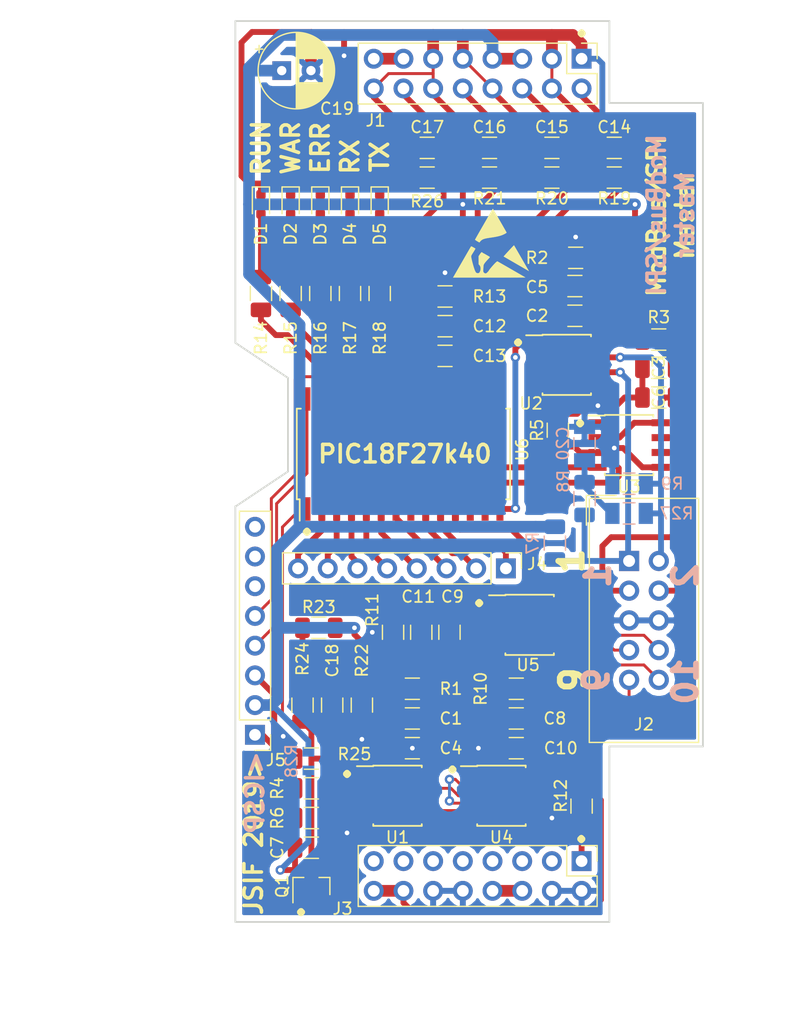
<source format=kicad_pcb>
(kicad_pcb (version 20171130) (host pcbnew "(5.0.0)")
  (layers (0 F.Cu signal) (31 B.Cu signal) (34 B.Paste user) (35 F.Paste user) (36 B.SilkS user) (37 F.SilkS user) (38 B.Mask user) (39 F.Mask user) (44 Edge.Cuts user))
  (net 0 "")
  (net 1 "Net-(C1-Pad1)")
  (net 2 GND)
  (net 3 "Net-(C2-Pad1)")
  (net 4 "Net-(C3-Pad1)")
  (net 5 "Net-(C7-Pad1)")
  (net 6 "Net-(C10-Pad1)")
  (net 7 "Net-(C11-Pad1)")
  (net 8 "Net-(C12-Pad1)")
  (net 9 SDI)
  (net 10 SDO)
  (net 11 SS1)
  (net 12 SCK1)
  (net 13 "Net-(C18-Pad1)")
  (net 14 "Net-(D1-Pad2)")
  (net 15 "Net-(D2-Pad2)")
  (net 16 "Net-(D3-Pad2)")
  (net 17 "Net-(D4-Pad2)")
  (net 18 "Net-(D5-Pad2)")
  (net 19 Reset_Out)
  (net 20 +3V3)
  (net 21 +5V)
  (net 22 Reset_A)
  (net 23 Reset_B)
  (net 24 Tx_A)
  (net 25 Tx_B)
  (net 26 Rx_A)
  (net 27 Rx_B)
  (net 28 Sync_A)
  (net 29 Sync_B)
  (net 30 "Net-(J3-Pad9)")
  (net 31 "Net-(J3-Pad11)")
  (net 32 "Net-(J3-Pad13)")
  (net 33 "Net-(J3-Pad15)")
  (net 34 "Net-(J5-Pad8)")
  (net 35 "Net-(J5-Pad7)")
  (net 36 "Net-(J5-Pad6)")
  (net 37 ICSPCLK)
  (net 38 ICSPDAT)
  (net 39 Vpp)
  (net 40 Reset)
  (net 41 "Net-(R4-Pad2)")
  (net 42 Tx_En)
  (net 43 "Net-(R14-Pad2)")
  (net 44 "Net-(R15-Pad2)")
  (net 45 "Net-(R16-Pad2)")
  (net 46 "Net-(R17-Pad2)")
  (net 47 "Net-(R18-Pad2)")
  (net 48 Rx)
  (net 49 Tx)
  (net 50 "Net-(U3-Pad1)")
  (net 51 "Net-(U4-Pad1)")
  (net 52 Sync)
  (net 53 "Net-(U5-Pad1)")
  (net 54 "Net-(U6-Pad18)")
  (net 55 "Net-(J3-Pad5)")
  (net 56 "Net-(J3-Pad7)")
  (net 57 "Net-(J4-Pad1)")
  (net 58 "Net-(J4-Pad2)")
  (net 59 "Net-(J4-Pad3)")
  (net 60 "Net-(J4-Pad4)")
  (net 61 "Net-(J4-Pad5)")
  (net 62 "Net-(J4-Pad6)")
  (net 63 "Net-(J4-Pad7)")
  (net 64 "Net-(J4-Pad8)")
  (net 65 +3.3VP)
  (net 66 "Net-(J3-Pad3)")
  (net 67 +5VP)
  (net 68 "Net-(C20-Pad1)")
  (module Resistor_SMD:R_1206_3216Metric (layer B.Cu) (at 138.684 82.042)
    (fp_text reference R9 (at 3.683 0) (layer B.SilkS) (effects (justify mirror)))
    (fp_text value 1k)
    (pad 2 smd rect (at 1.43 0) (size 1.22 1.8) (layers B.Cu B.Paste B.Mask) (net 27 Rx_B))
    (pad 1 smd rect (at -1.43 0) (size 1.22 1.8) (layers B.Cu B.Paste B.Mask) (net 2 GND))
  )
  (module Connector_PinHeader_2.54mm:PinHeader_2x08_P2.54mm_Vertical (layer F.Cu) (at 134.62 45.72 270)
    (fp_text reference J1 (at 5.28 17.62) (layer F.SilkS))
    (fp_text value Conn_02x08_Top_Bottom)
    (pad 16 thru_hole oval (at 2.54 17.78 270) (size 1.7 1.7) (drill 1) (layers *.Cu *.Mask) (net 2 GND))
    (pad 15 thru_hole oval (at 0 17.78 270) (size 1.7 1.7) (drill 1) (layers *.Cu *.Mask) (net 65 +3.3VP))
    (pad 14 thru_hole oval (at 2.54 15.24 270) (size 1.7 1.7) (drill 1) (layers *.Cu *.Mask) (net 12 SCK1))
    (pad 13 thru_hole oval (at 0 15.24 270) (size 1.7 1.7) (drill 1) (layers *.Cu *.Mask) (net 65 +3.3VP))
    (pad 12 thru_hole oval (at 2.54 12.7 270) (size 1.7 1.7) (drill 1) (layers *.Cu *.Mask) (net 2 GND))
    (pad 11 thru_hole oval (at 0 12.7 270) (size 1.7 1.7) (drill 1) (layers *.Cu *.Mask) (net 2 GND))
    (pad 10 thru_hole oval (at 2.54 10.16 270) (size 1.7 1.7) (drill 1) (layers *.Cu *.Mask) (net 11 SS1))
    (pad 9 thru_hole oval (at 0 10.16 270) (size 1.7 1.7) (drill 1) (layers *.Cu *.Mask) (net 2 GND))
    (pad 8 thru_hole oval (at 2.54 7.62 270) (size 1.7 1.7) (drill 1) (layers *.Cu *.Mask) (net 2 GND))
    (pad 7 thru_hole oval (at 0 7.62 270) (size 1.7 1.7) (drill 1) (layers *.Cu *.Mask) (net 21 +5V))
    (pad 6 thru_hole oval (at 2.54 5.08 270) (size 1.7 1.7) (drill 1) (layers *.Cu *.Mask) (net 10 SDO))
    (pad 5 thru_hole oval (at 0 5.08 270) (size 1.7 1.7) (drill 1) (layers *.Cu *.Mask) (net 21 +5V))
    (pad 4 thru_hole oval (at 2.54 2.54 270) (size 1.7 1.7) (drill 1) (layers *.Cu *.Mask) (net 2 GND))
    (pad 3 thru_hole oval (at 0 2.54 270) (size 1.7 1.7) (drill 1) (layers *.Cu *.Mask) (net 2 GND))
    (pad 2 thru_hole oval (at 2.54 0 270) (size 1.7 1.7) (drill 1) (layers *.Cu *.Mask) (net 9 SDI))
    (pad 1 thru_hole rect (at 0 0 270) (size 1.7 1.7) (drill 1) (layers *.Cu *.Mask) (net 2 GND))
  )
  (module Capacitor_SMD:C_1206_3216Metric (layer F.Cu) (at 141.224 72.136 180)
    (fp_text reference C3 (at 0 0 90) (layer F.SilkS))
    (fp_text value 4.7u)
    (pad 2 smd roundrect (at 1.4 0 180) (size 1.25 1.75) (layers F.Cu F.Paste F.Mask) (roundrect_rratio 0.2) (net 2 GND))
    (pad 1 smd roundrect (at -1.4 0 180) (size 1.25 1.75) (layers F.Cu F.Paste F.Mask) (roundrect_rratio 0.2) (net 4 "Net-(C3-Pad1)"))
  )
  (module Capacitor_SMD:C_1206_3216Metric (layer F.Cu) (at 141.224 74.676 180)
    (fp_text reference C6 (at 0 0 90) (layer F.SilkS))
    (fp_text value 100n)
    (pad 1 smd roundrect (at -1.4 0 180) (size 1.25 1.75) (layers F.Cu F.Paste F.Mask) (roundrect_rratio 0.2) (net 4 "Net-(C3-Pad1)"))
    (pad 2 smd roundrect (at 1.4 0 180) (size 1.25 1.75) (layers F.Cu F.Paste F.Mask) (roundrect_rratio 0.2) (net 2 GND))
  )
  (module Resistor_SMD:R_1206_3216Metric (layer F.Cu) (at 141.224 69.723)
    (fp_text reference R3 (at 0 -1.905) (layer F.SilkS))
    (fp_text value 0E)
    (pad 2 smd roundrect (at 1.4 0) (size 1.25 1.75) (layers F.Cu F.Paste F.Mask) (roundrect_rratio 0.2) (net 4 "Net-(C3-Pad1)"))
    (pad 1 smd roundrect (at -1.4 0) (size 1.25 1.75) (layers F.Cu F.Paste F.Mask) (roundrect_rratio 0.2) (net 21 +5V))
  )
  (module Resistor_SMD:R_1206_3216Metric (layer F.Cu) (at 109.728 65.786 270)
    (fp_text reference R15 (at 3.81 0 270) (layer F.SilkS))
    (fp_text value 300E)
    (pad 1 smd roundrect (at -1.4 0 270) (size 1.25 1.75) (layers F.Cu F.Paste F.Mask) (roundrect_rratio 0.2) (net 15 "Net-(D2-Pad2)"))
    (pad 2 smd roundrect (at 1.4 0 270) (size 1.25 1.75) (layers F.Cu F.Paste F.Mask) (roundrect_rratio 0.2) (net 44 "Net-(R15-Pad2)"))
  )
  (module Resistor_SMD:R_1206_3216Metric (layer F.Cu) (at 117.348 65.786 270)
    (fp_text reference R18 (at 3.81 0 270) (layer F.SilkS))
    (fp_text value 300E)
    (pad 2 smd roundrect (at 1.4 0 270) (size 1.25 1.75) (layers F.Cu F.Paste F.Mask) (roundrect_rratio 0.2) (net 47 "Net-(R18-Pad2)"))
    (pad 1 smd roundrect (at -1.4 0 270) (size 1.25 1.75) (layers F.Cu F.Paste F.Mask) (roundrect_rratio 0.2) (net 18 "Net-(D5-Pad2)"))
  )
  (module Resistor_SMD:R_1206_3216Metric (layer F.Cu) (at 107.188 65.786 270)
    (fp_text reference R14 (at 3.81 0 270) (layer F.SilkS))
    (fp_text value 300E)
    (pad 1 smd roundrect (at -1.4 0 270) (size 1.25 1.75) (layers F.Cu F.Paste F.Mask) (roundrect_rratio 0.2) (net 14 "Net-(D1-Pad2)"))
    (pad 2 smd roundrect (at 1.4 0 270) (size 1.25 1.75) (layers F.Cu F.Paste F.Mask) (roundrect_rratio 0.2) (net 43 "Net-(R14-Pad2)"))
  )
  (module Resistor_SMD:R_1206_3216Metric (layer F.Cu) (at 114.808 65.786 270)
    (fp_text reference R17 (at 3.81 0 270) (layer F.SilkS))
    (fp_text value 300E)
    (pad 2 smd roundrect (at 1.4 0 270) (size 1.25 1.75) (layers F.Cu F.Paste F.Mask) (roundrect_rratio 0.2) (net 46 "Net-(R17-Pad2)"))
    (pad 1 smd roundrect (at -1.4 0 270) (size 1.25 1.75) (layers F.Cu F.Paste F.Mask) (roundrect_rratio 0.2) (net 17 "Net-(D4-Pad2)"))
  )
  (module Resistor_SMD:R_1206_3216Metric (layer F.Cu) (at 112.268 65.786 270)
    (fp_text reference R16 (at 3.81 0 270) (layer F.SilkS))
    (fp_text value 300E)
    (pad 1 smd roundrect (at -1.4 0 270) (size 1.25 1.75) (layers F.Cu F.Paste F.Mask) (roundrect_rratio 0.2) (net 16 "Net-(D3-Pad2)"))
    (pad 2 smd roundrect (at 1.4 0 270) (size 1.25 1.75) (layers F.Cu F.Paste F.Mask) (roundrect_rratio 0.2) (net 45 "Net-(R16-Pad2)"))
  )
  (module Capacitor_SMD:C_1206_3216Metric (layer F.Cu) (at 120.142 102.108 180)
    (fp_text reference C1 (at -3.302 0 180) (layer F.SilkS))
    (fp_text value 4.7u)
    (pad 1 smd roundrect (at -1.4 0 180) (size 1.25 1.75) (layers F.Cu F.Paste F.Mask) (roundrect_rratio 0.2) (net 1 "Net-(C1-Pad1)"))
    (pad 2 smd roundrect (at 1.4 0 180) (size 1.25 1.75) (layers F.Cu F.Paste F.Mask) (roundrect_rratio 0.2) (net 2 GND))
  )
  (module Capacitor_SMD:C_1206_3216Metric (layer F.Cu) (at 134.046 67.691 180)
    (fp_text reference C2 (at 3.236 0 180) (layer F.SilkS))
    (fp_text value 4.7u)
    (pad 2 smd roundrect (at 1.4 0 180) (size 1.25 1.75) (layers F.Cu F.Paste F.Mask) (roundrect_rratio 0.2) (net 2 GND))
    (pad 1 smd roundrect (at -1.4 0 180) (size 1.25 1.75) (layers F.Cu F.Paste F.Mask) (roundrect_rratio 0.2) (net 3 "Net-(C2-Pad1)"))
  )
  (module Capacitor_SMD:C_1206_3216Metric (layer F.Cu) (at 120.142 104.648 180)
    (fp_text reference C4 (at -3.302 0 180) (layer F.SilkS))
    (fp_text value 100n)
    (pad 2 smd roundrect (at 1.4 0 180) (size 1.25 1.75) (layers F.Cu F.Paste F.Mask) (roundrect_rratio 0.2) (net 2 GND))
    (pad 1 smd roundrect (at -1.4 0 180) (size 1.25 1.75) (layers F.Cu F.Paste F.Mask) (roundrect_rratio 0.2) (net 1 "Net-(C1-Pad1)"))
  )
  (module Capacitor_SMD:C_1206_3216Metric (layer F.Cu) (at 134.046 65.151 180)
    (fp_text reference C5 (at 3.236 -0.086 180) (layer F.SilkS))
    (fp_text value 100n)
    (pad 1 smd roundrect (at -1.4 0 180) (size 1.25 1.75) (layers F.Cu F.Paste F.Mask) (roundrect_rratio 0.2) (net 3 "Net-(C2-Pad1)"))
    (pad 2 smd roundrect (at 1.4 0 180) (size 1.25 1.75) (layers F.Cu F.Paste F.Mask) (roundrect_rratio 0.2) (net 2 GND))
  )
  (module Capacitor_SMD:C_1206_3216Metric (layer F.Cu) (at 111.506 113.157)
    (fp_text reference C7 (at -2.921 0 90) (layer F.SilkS))
    (fp_text value 100n)
    (pad 1 smd roundrect (at -1.4 0) (size 1.25 1.75) (layers F.Cu F.Paste F.Mask) (roundrect_rratio 0.2) (net 5 "Net-(C7-Pad1)"))
    (pad 2 smd roundrect (at 1.4 0) (size 1.25 1.75) (layers F.Cu F.Paste F.Mask) (roundrect_rratio 0.2) (net 2 GND))
  )
  (module Capacitor_SMD:C_1206_3216Metric (layer F.Cu) (at 129.032 102.108 180)
    (fp_text reference C8 (at -3.302 0 180) (layer F.SilkS))
    (fp_text value 4.7u)
    (pad 1 smd roundrect (at -1.4 0 180) (size 1.25 1.75) (layers F.Cu F.Paste F.Mask) (roundrect_rratio 0.2) (net 6 "Net-(C10-Pad1)"))
    (pad 2 smd roundrect (at 1.4 0 180) (size 1.25 1.75) (layers F.Cu F.Paste F.Mask) (roundrect_rratio 0.2) (net 2 GND))
  )
  (module Capacitor_SMD:C_1206_3216Metric (layer F.Cu) (at 123.317 94.742 270)
    (fp_text reference C9 (at -3.048 -0.254) (layer F.SilkS))
    (fp_text value 4.7u)
    (pad 2 smd roundrect (at 1.4 0 270) (size 1.25 1.75) (layers F.Cu F.Paste F.Mask) (roundrect_rratio 0.2) (net 2 GND))
    (pad 1 smd roundrect (at -1.4 0 270) (size 1.25 1.75) (layers F.Cu F.Paste F.Mask) (roundrect_rratio 0.2) (net 7 "Net-(C11-Pad1)"))
  )
  (module Capacitor_SMD:C_1206_3216Metric (layer F.Cu) (at 129.032 104.648 180)
    (fp_text reference C10 (at -3.81 0 180) (layer F.SilkS))
    (fp_text value 100n)
    (pad 1 smd roundrect (at -1.4 0 180) (size 1.25 1.75) (layers F.Cu F.Paste F.Mask) (roundrect_rratio 0.2) (net 6 "Net-(C10-Pad1)"))
    (pad 2 smd roundrect (at 1.4 0 180) (size 1.25 1.75) (layers F.Cu F.Paste F.Mask) (roundrect_rratio 0.2) (net 2 GND))
  )
  (module Capacitor_SMD:C_1206_3216Metric (layer F.Cu) (at 120.904 94.742 270)
    (fp_text reference C11 (at -3.048 0.254 180) (layer F.SilkS))
    (fp_text value 100n)
    (pad 2 smd roundrect (at 1.4 0 270) (size 1.25 1.75) (layers F.Cu F.Paste F.Mask) (roundrect_rratio 0.2) (net 2 GND))
    (pad 1 smd roundrect (at -1.4 0 270) (size 1.25 1.75) (layers F.Cu F.Paste F.Mask) (roundrect_rratio 0.2) (net 7 "Net-(C11-Pad1)"))
  )
  (module Capacitor_SMD:C_1206_3216Metric (layer F.Cu) (at 122.936 68.58)
    (fp_text reference C12 (at 3.81 0) (layer F.SilkS))
    (fp_text value 4.7u)
    (pad 2 smd roundrect (at 1.4 0) (size 1.25 1.75) (layers F.Cu F.Paste F.Mask) (roundrect_rratio 0.2) (net 2 GND))
    (pad 1 smd roundrect (at -1.4 0) (size 1.25 1.75) (layers F.Cu F.Paste F.Mask) (roundrect_rratio 0.2) (net 8 "Net-(C12-Pad1)"))
  )
  (module Capacitor_SMD:C_1206_3216Metric (layer F.Cu) (at 122.936 71.12)
    (fp_text reference C13 (at 3.81 0) (layer F.SilkS))
    (fp_text value 100n)
    (pad 1 smd roundrect (at -1.4 0) (size 1.25 1.75) (layers F.Cu F.Paste F.Mask) (roundrect_rratio 0.2) (net 8 "Net-(C12-Pad1)"))
    (pad 2 smd roundrect (at 1.4 0) (size 1.25 1.75) (layers F.Cu F.Paste F.Mask) (roundrect_rratio 0.2) (net 2 GND))
  )
  (module Capacitor_SMD:C_1206_3216Metric (layer F.Cu) (at 137.414 53.34 180)
    (fp_text reference C14 (at 0 1.778 180) (layer F.SilkS))
    (fp_text value 22p)
    (pad 1 smd roundrect (at -1.4 0 180) (size 1.25 1.75) (layers F.Cu F.Paste F.Mask) (roundrect_rratio 0.2) (net 9 SDI))
    (pad 2 smd roundrect (at 1.4 0 180) (size 1.25 1.75) (layers F.Cu F.Paste F.Mask) (roundrect_rratio 0.2) (net 2 GND))
  )
  (module Capacitor_SMD:C_1206_3216Metric (layer F.Cu) (at 132.08 53.34 180)
    (fp_text reference C15 (at 0 1.778 180) (layer F.SilkS))
    (fp_text value 22p)
    (pad 2 smd roundrect (at 1.4 0 180) (size 1.25 1.75) (layers F.Cu F.Paste F.Mask) (roundrect_rratio 0.2) (net 2 GND))
    (pad 1 smd roundrect (at -1.4 0 180) (size 1.25 1.75) (layers F.Cu F.Paste F.Mask) (roundrect_rratio 0.2) (net 10 SDO))
  )
  (module Capacitor_SMD:C_1206_3216Metric (layer F.Cu) (at 126.746 53.34 180)
    (fp_text reference C16 (at 0 1.778 180) (layer F.SilkS))
    (fp_text value 22p)
    (pad 2 smd roundrect (at 1.4 0 180) (size 1.25 1.75) (layers F.Cu F.Paste F.Mask) (roundrect_rratio 0.2) (net 2 GND))
    (pad 1 smd roundrect (at -1.4 0 180) (size 1.25 1.75) (layers F.Cu F.Paste F.Mask) (roundrect_rratio 0.2) (net 11 SS1))
  )
  (module Capacitor_SMD:C_1206_3216Metric (layer F.Cu) (at 121.412 53.34 180)
    (fp_text reference C17 (at 0 1.778 180) (layer F.SilkS))
    (fp_text value 22p)
    (pad 1 smd roundrect (at -1.4 0 180) (size 1.25 1.75) (layers F.Cu F.Paste F.Mask) (roundrect_rratio 0.2) (net 12 SCK1))
    (pad 2 smd roundrect (at 1.4 0 180) (size 1.25 1.75) (layers F.Cu F.Paste F.Mask) (roundrect_rratio 0.2) (net 2 GND))
  )
  (module Capacitor_SMD:C_1206_3216Metric (layer F.Cu) (at 113.284 100.965 270)
    (fp_text reference C18 (at -3.81 0 270) (layer F.SilkS))
    (fp_text value 4.7u)
    (pad 2 smd roundrect (at 1.4 0 270) (size 1.25 1.75) (layers F.Cu F.Paste F.Mask) (roundrect_rratio 0.2) (net 2 GND))
    (pad 1 smd roundrect (at -1.4 0 270) (size 1.25 1.75) (layers F.Cu F.Paste F.Mask) (roundrect_rratio 0.2) (net 13 "Net-(C18-Pad1)"))
  )
  (module Connector_IDC:IDC-Header_2x05_P2.54mm_Vertical (layer F.Cu) (at 138.684 88.646)
    (fp_text reference J2 (at 1.27 13.97) (layer F.SilkS))
    (fp_text value Conn_02x05_Odd_Even)
    (pad 1 thru_hole rect (at 0 0) (size 1.7272 1.7272) (drill 1.016) (layers *.Cu *.Mask) (net 26 Rx_A))
    (pad 2 thru_hole oval (at 2.54 0) (size 1.7272 1.7272) (drill 1.016) (layers *.Cu *.Mask) (net 27 Rx_B))
    (pad 3 thru_hole oval (at 0 2.54) (size 1.7272 1.7272) (drill 1.016) (layers *.Cu *.Mask) (net 24 Tx_A))
    (pad 4 thru_hole oval (at 2.54 2.54) (size 1.7272 1.7272) (drill 1.016) (layers *.Cu *.Mask) (net 25 Tx_B))
    (pad 5 thru_hole oval (at 0 5.08) (size 1.7272 1.7272) (drill 1.016) (layers *.Cu *.Mask) (net 2 GND))
    (pad 6 thru_hole oval (at 2.54 5.08) (size 1.7272 1.7272) (drill 1.016) (layers *.Cu *.Mask) (net 2 GND))
    (pad 7 thru_hole oval (at 0 7.62) (size 1.7272 1.7272) (drill 1.016) (layers *.Cu *.Mask) (net 28 Sync_A))
    (pad 8 thru_hole oval (at 2.54 7.62) (size 1.7272 1.7272) (drill 1.016) (layers *.Cu *.Mask) (net 29 Sync_B))
    (pad 9 thru_hole oval (at 0 10.16) (size 1.7272 1.7272) (drill 1.016) (layers *.Cu *.Mask) (net 22 Reset_A))
    (pad 10 thru_hole oval (at 2.54 10.16) (size 1.7272 1.7272) (drill 1.016) (layers *.Cu *.Mask) (net 23 Reset_B))
  )
  (module Connector_PinHeader_2.54mm:PinHeader_2x08_P2.54mm_Vertical (layer F.Cu) (at 134.62 114.3 270)
    (fp_text reference J3 (at 4.064 20.447) (layer F.SilkS))
    (fp_text value Conn_02x08_Top_Bottom)
    (pad 1 thru_hole rect (at 0 0 270) (size 1.7 1.7) (drill 1) (layers *.Cu *.Mask) (net 19 Reset_Out))
    (pad 2 thru_hole oval (at 2.54 0 270) (size 1.7 1.7) (drill 1) (layers *.Cu *.Mask) (net 2 GND))
    (pad 3 thru_hole oval (at 0 2.54 270) (size 1.7 1.7) (drill 1) (layers *.Cu *.Mask) (net 66 "Net-(J3-Pad3)"))
    (pad 4 thru_hole oval (at 2.54 2.54 270) (size 1.7 1.7) (drill 1) (layers *.Cu *.Mask) (net 2 GND))
    (pad 5 thru_hole oval (at 0 5.08 270) (size 1.7 1.7) (drill 1) (layers *.Cu *.Mask) (net 55 "Net-(J3-Pad5)"))
    (pad 6 thru_hole oval (at 2.54 5.08 270) (size 1.7 1.7) (drill 1) (layers *.Cu *.Mask) (net 67 +5VP))
    (pad 7 thru_hole oval (at 0 7.62 270) (size 1.7 1.7) (drill 1) (layers *.Cu *.Mask) (net 56 "Net-(J3-Pad7)"))
    (pad 8 thru_hole oval (at 2.54 7.62 270) (size 1.7 1.7) (drill 1) (layers *.Cu *.Mask) (net 67 +5VP))
    (pad 9 thru_hole oval (at 0 10.16 270) (size 1.7 1.7) (drill 1) (layers *.Cu *.Mask) (net 30 "Net-(J3-Pad9)"))
    (pad 10 thru_hole oval (at 2.54 10.16 270) (size 1.7 1.7) (drill 1) (layers *.Cu *.Mask) (net 2 GND))
    (pad 11 thru_hole oval (at 0 12.7 270) (size 1.7 1.7) (drill 1) (layers *.Cu *.Mask) (net 31 "Net-(J3-Pad11)"))
    (pad 12 thru_hole oval (at 2.54 12.7 270) (size 1.7 1.7) (drill 1) (layers *.Cu *.Mask) (net 2 GND))
    (pad 13 thru_hole oval (at 0 15.24 270) (size 1.7 1.7) (drill 1) (layers *.Cu *.Mask) (net 32 "Net-(J3-Pad13)"))
    (pad 14 thru_hole oval (at 2.54 15.24 270) (size 1.7 1.7) (drill 1) (layers *.Cu *.Mask) (net 20 +3V3))
    (pad 15 thru_hole oval (at 0 17.78 270) (size 1.7 1.7) (drill 1) (layers *.Cu *.Mask) (net 33 "Net-(J3-Pad15)"))
    (pad 16 thru_hole oval (at 2.54 17.78 270) (size 1.7 1.7) (drill 1) (layers *.Cu *.Mask) (net 20 +3V3))
  )
  (module Connector_PinHeader_2.54mm:PinHeader_1x08_P2.54mm_Vertical (layer F.Cu) (at 128.143 89.281 270)
    (fp_text reference J4 (at -0.381 -2.667) (layer F.SilkS))
    (fp_text value Conn_01x08)
    (pad 1 thru_hole rect (at 0 0 270) (size 1.7 1.7) (drill 1) (layers *.Cu *.Mask) (net 57 "Net-(J4-Pad1)"))
    (pad 2 thru_hole oval (at 0 2.54 270) (size 1.7 1.7) (drill 1) (layers *.Cu *.Mask) (net 58 "Net-(J4-Pad2)"))
    (pad 3 thru_hole oval (at 0 5.08 270) (size 1.7 1.7) (drill 1) (layers *.Cu *.Mask) (net 59 "Net-(J4-Pad3)"))
    (pad 4 thru_hole oval (at 0 7.62 270) (size 1.7 1.7) (drill 1) (layers *.Cu *.Mask) (net 60 "Net-(J4-Pad4)"))
    (pad 5 thru_hole oval (at 0 10.16 270) (size 1.7 1.7) (drill 1) (layers *.Cu *.Mask) (net 61 "Net-(J4-Pad5)"))
    (pad 6 thru_hole oval (at 0 12.7 270) (size 1.7 1.7) (drill 1) (layers *.Cu *.Mask) (net 62 "Net-(J4-Pad6)"))
    (pad 7 thru_hole oval (at 0 15.24 270) (size 1.7 1.7) (drill 1) (layers *.Cu *.Mask) (net 63 "Net-(J4-Pad7)"))
    (pad 8 thru_hole oval (at 0 17.78 270) (size 1.7 1.7) (drill 1) (layers *.Cu *.Mask) (net 64 "Net-(J4-Pad8)"))
  )
  (module Connector_PinHeader_2.54mm:PinHeader_1x08_P2.54mm_Vertical (layer F.Cu) (at 106.68 103.505 180)
    (fp_text reference J5 (at -1.778 -2.159) (layer F.SilkS))
    (fp_text value Conn_01x08)
    (pad 8 thru_hole oval (at 0 17.78 180) (size 1.7 1.7) (drill 1) (layers *.Cu *.Mask) (net 34 "Net-(J5-Pad8)"))
    (pad 7 thru_hole oval (at 0 15.24 180) (size 1.7 1.7) (drill 1) (layers *.Cu *.Mask) (net 35 "Net-(J5-Pad7)"))
    (pad 6 thru_hole oval (at 0 12.7 180) (size 1.7 1.7) (drill 1) (layers *.Cu *.Mask) (net 36 "Net-(J5-Pad6)"))
    (pad 5 thru_hole oval (at 0 10.16 180) (size 1.7 1.7) (drill 1) (layers *.Cu *.Mask) (net 37 ICSPCLK))
    (pad 4 thru_hole oval (at 0 7.62 180) (size 1.7 1.7) (drill 1) (layers *.Cu *.Mask) (net 38 ICSPDAT))
    (pad 3 thru_hole oval (at 0 5.08 180) (size 1.7 1.7) (drill 1) (layers *.Cu *.Mask) (net 2 GND))
    (pad 2 thru_hole oval (at 0 2.54 180) (size 1.7 1.7) (drill 1) (layers *.Cu *.Mask) (net 21 +5V))
    (pad 1 thru_hole rect (at 0 0 180) (size 1.7 1.7) (drill 1) (layers *.Cu *.Mask) (net 39 Vpp))
  )
  (module Package_TO_SOT_SMD:SOT-23 (layer F.Cu) (at 111.506 116.459 90)
    (fp_text reference Q1 (at 0 -2.5 90) (layer F.SilkS))
    (fp_text value "NTR5103NT1G ")
    (pad 1 smd rect (at -1 -0.95 90) (size 0.9 0.8) (layers F.Cu F.Paste F.Mask) (net 5 "Net-(C7-Pad1)"))
    (pad 2 smd rect (at -1 0.95 90) (size 0.9 0.8) (layers F.Cu F.Paste F.Mask) (net 2 GND))
    (pad 3 smd rect (at 1 0 90) (size 0.9 0.8) (layers F.Cu F.Paste F.Mask) (net 40 Reset))
  )
  (module Resistor_SMD:R_1206_3216Metric (layer F.Cu) (at 120.142 99.568)
    (fp_text reference R1 (at 3.302 0) (layer F.SilkS))
    (fp_text value 0E)
    (pad 1 smd roundrect (at -1.4 0) (size 1.25 1.75) (layers F.Cu F.Paste F.Mask) (roundrect_rratio 0.2) (net 21 +5V))
    (pad 2 smd roundrect (at 1.4 0) (size 1.25 1.75) (layers F.Cu F.Paste F.Mask) (roundrect_rratio 0.2) (net 1 "Net-(C1-Pad1)"))
  )
  (module Resistor_SMD:R_1206_3216Metric (layer F.Cu) (at 134.112 62.738)
    (fp_text reference R2 (at -3.302 0) (layer F.SilkS))
    (fp_text value 0E)
    (pad 1 smd roundrect (at -1.4 0) (size 1.25 1.75) (layers F.Cu F.Paste F.Mask) (roundrect_rratio 0.2) (net 21 +5V))
    (pad 2 smd roundrect (at 1.4 0) (size 1.25 1.75) (layers F.Cu F.Paste F.Mask) (roundrect_rratio 0.2) (net 3 "Net-(C2-Pad1)"))
  )
  (module Resistor_SMD:R_1206_3216Metric (layer F.Cu) (at 111.506 108.077)
    (fp_text reference R4 (at -2.921 0 90) (layer F.SilkS))
    (fp_text value 1k)
    (pad 1 smd roundrect (at -1.4 0) (size 1.25 1.75) (layers F.Cu F.Paste F.Mask) (roundrect_rratio 0.2) (net 5 "Net-(C7-Pad1)"))
    (pad 2 smd roundrect (at 1.4 0) (size 1.25 1.75) (layers F.Cu F.Paste F.Mask) (roundrect_rratio 0.2) (net 41 "Net-(R4-Pad2)"))
  )
  (module Resistor_SMD:R_1206_3216Metric (layer F.Cu) (at 132.588 77.47 90)
    (fp_text reference R5 (at 0 -1.778 90) (layer F.SilkS))
    (fp_text value 4k99)
    (pad 2 smd roundrect (at 1.4 0 90) (size 1.25 1.75) (layers F.Cu F.Paste F.Mask) (roundrect_rratio 0.2) (net 2 GND))
    (pad 1 smd roundrect (at -1.4 0 90) (size 1.25 1.75) (layers F.Cu F.Paste F.Mask) (roundrect_rratio 0.2) (net 42 Tx_En))
  )
  (module Resistor_SMD:R_1206_3216Metric (layer F.Cu) (at 111.506 110.617)
    (fp_text reference R6 (at -2.921 0 270) (layer F.SilkS))
    (fp_text value 10k)
    (pad 2 smd roundrect (at 1.4 0) (size 1.25 1.75) (layers F.Cu F.Paste F.Mask) (roundrect_rratio 0.2) (net 2 GND))
    (pad 1 smd roundrect (at -1.4 0) (size 1.25 1.75) (layers F.Cu F.Paste F.Mask) (roundrect_rratio 0.2) (net 5 "Net-(C7-Pad1)"))
  )
  (module Resistor_SMD:R_1206_3216Metric (layer B.Cu) (at 132.334 87.122 90)
    (fp_text reference R7 (at 0 -1.905 90) (layer B.SilkS) (effects (justify mirror)))
    (fp_text value 1k)
    (pad 1 smd roundrect (at -1.4 0 90) (size 1.25 1.75) (layers B.Cu B.Paste B.Mask) (roundrect_rratio 0.2) (net 26 Rx_A))
    (pad 2 smd roundrect (at 1.4 0 90) (size 1.25 1.75) (layers B.Cu B.Paste B.Mask) (roundrect_rratio 0.2) (net 21 +5V))
  )
  (module Resistor_SMD:R_1206_3216Metric (layer B.Cu) (at 134.874 83.312 90)
    (fp_text reference R8 (at 1.4732 -1.8034 90) (layer B.SilkS) (effects (justify mirror)))
    (fp_text value 60E)
    (pad 2 smd roundrect (at 1.4 0 90) (size 1.25 1.75) (layers B.Cu B.Paste B.Mask) (roundrect_rratio 0.2) (net 68 "Net-(C20-Pad1)"))
    (pad 1 smd roundrect (at -1.4 0 90) (size 1.25 1.75) (layers B.Cu B.Paste B.Mask) (roundrect_rratio 0.2) (net 26 Rx_A))
  )
  (module Resistor_SMD:R_1206_3216Metric (layer F.Cu) (at 129.032 99.568)
    (fp_text reference R10 (at -3.048 0 90) (layer F.SilkS))
    (fp_text value 0E)
    (pad 1 smd roundrect (at -1.4 0) (size 1.25 1.75) (layers F.Cu F.Paste F.Mask) (roundrect_rratio 0.2) (net 21 +5V))
    (pad 2 smd roundrect (at 1.4 0) (size 1.25 1.75) (layers F.Cu F.Paste F.Mask) (roundrect_rratio 0.2) (net 6 "Net-(C10-Pad1)"))
  )
  (module Resistor_SMD:R_1206_3216Metric (layer F.Cu) (at 118.491 94.742 90)
    (fp_text reference R11 (at 1.905 -1.778 270) (layer F.SilkS))
    (fp_text value 0E)
    (pad 1 smd roundrect (at -1.4 0 90) (size 1.25 1.75) (layers F.Cu F.Paste F.Mask) (roundrect_rratio 0.2) (net 21 +5V))
    (pad 2 smd roundrect (at 1.4 0 90) (size 1.25 1.75) (layers F.Cu F.Paste F.Mask) (roundrect_rratio 0.2) (net 7 "Net-(C11-Pad1)"))
  )
  (module Resistor_SMD:R_1206_3216Metric (layer F.Cu) (at 134.62 109.601 270)
    (fp_text reference R12 (at -0.889 1.778 270) (layer F.SilkS))
    (fp_text value 4k99)
    (pad 2 smd roundrect (at 1.4 0 270) (size 1.25 1.75) (layers F.Cu F.Paste F.Mask) (roundrect_rratio 0.2) (net 19 Reset_Out))
    (pad 1 smd roundrect (at -1.4 0 270) (size 1.25 1.75) (layers F.Cu F.Paste F.Mask) (roundrect_rratio 0.2) (net 20 +3V3))
  )
  (module Resistor_SMD:R_1206_3216Metric (layer F.Cu) (at 122.936 66.04 180)
    (fp_text reference R13 (at -3.81 0) (layer F.SilkS))
    (fp_text value 0E)
    (pad 2 smd roundrect (at 1.4 0 180) (size 1.25 1.75) (layers F.Cu F.Paste F.Mask) (roundrect_rratio 0.2) (net 8 "Net-(C12-Pad1)"))
    (pad 1 smd roundrect (at -1.4 0 180) (size 1.25 1.75) (layers F.Cu F.Paste F.Mask) (roundrect_rratio 0.2) (net 21 +5V))
  )
  (module Resistor_SMD:R_1206_3216Metric (layer F.Cu) (at 137.414 55.88 180)
    (fp_text reference R19 (at 0 -1.778 180) (layer F.SilkS))
    (fp_text value 4k99)
    (pad 1 smd roundrect (at -1.4 0 180) (size 1.25 1.75) (layers F.Cu F.Paste F.Mask) (roundrect_rratio 0.2) (net 9 SDI))
    (pad 2 smd roundrect (at 1.4 0 180) (size 1.25 1.75) (layers F.Cu F.Paste F.Mask) (roundrect_rratio 0.2) (net 2 GND))
  )
  (module Resistor_SMD:R_1206_3216Metric (layer F.Cu) (at 132.08 55.88 180)
    (fp_text reference R20 (at 0 -1.778 180) (layer F.SilkS))
    (fp_text value 4k99)
    (pad 1 smd roundrect (at -1.4 0 180) (size 1.25 1.75) (layers F.Cu F.Paste F.Mask) (roundrect_rratio 0.2) (net 10 SDO))
    (pad 2 smd roundrect (at 1.4 0 180) (size 1.25 1.75) (layers F.Cu F.Paste F.Mask) (roundrect_rratio 0.2) (net 2 GND))
  )
  (module Resistor_SMD:R_1206_3216Metric (layer F.Cu) (at 126.746 55.88)
    (fp_text reference R21 (at 0 1.778) (layer F.SilkS))
    (fp_text value 4k99)
    (pad 2 smd roundrect (at 1.4 0) (size 1.25 1.75) (layers F.Cu F.Paste F.Mask) (roundrect_rratio 0.2) (net 11 SS1))
    (pad 1 smd roundrect (at -1.4 0) (size 1.25 1.75) (layers F.Cu F.Paste F.Mask) (roundrect_rratio 0.2) (net 21 +5V))
  )
  (module Resistor_SMD:R_1206_3216Metric (layer F.Cu) (at 115.824 100.965 270)
    (fp_text reference R22 (at -3.81 0 270) (layer F.SilkS))
    (fp_text value 110k)
    (pad 2 smd roundrect (at 1.4 0 270) (size 1.25 1.75) (layers F.Cu F.Paste F.Mask) (roundrect_rratio 0.2) (net 2 GND))
    (pad 1 smd roundrect (at -1.4 0 270) (size 1.25 1.75) (layers F.Cu F.Paste F.Mask) (roundrect_rratio 0.2) (net 13 "Net-(C18-Pad1)"))
  )
  (module Resistor_SMD:R_1206_3216Metric (layer F.Cu) (at 112.141 94.361 180)
    (fp_text reference R23 (at 0 1.778 180) (layer F.SilkS))
    (fp_text value 10k)
    (pad 2 smd roundrect (at 1.4 0 180) (size 1.25 1.75) (layers F.Cu F.Paste F.Mask) (roundrect_rratio 0.2) (net 13 "Net-(C18-Pad1)"))
    (pad 1 smd roundrect (at -1.4 0 180) (size 1.25 1.75) (layers F.Cu F.Paste F.Mask) (roundrect_rratio 0.2) (net 21 +5V))
  )
  (module Resistor_SMD:R_1206_3216Metric (layer F.Cu) (at 110.744 100.965 90)
    (fp_text reference R24 (at 3.94 0 90) (layer F.SilkS))
    (fp_text value 470E)
    (pad 2 smd roundrect (at 1.4 0 90) (size 1.25 1.75) (layers F.Cu F.Paste F.Mask) (roundrect_rratio 0.2) (net 13 "Net-(C18-Pad1)"))
    (pad 1 smd roundrect (at -1.4 0 90) (size 1.25 1.75) (layers F.Cu F.Paste F.Mask) (roundrect_rratio 0.2) (net 40 Reset))
  )
  (module Resistor_SMD:R_1206_3216Metric (layer F.Cu) (at 111.506 105.537 180)
    (fp_text reference R25 (at -3.683 0.381) (layer F.SilkS))
    (fp_text value 470E)
    (pad 1 smd roundrect (at -1.4 0 180) (size 1.25 1.75) (layers F.Cu F.Paste F.Mask) (roundrect_rratio 0.2) (net 40 Reset))
    (pad 2 smd roundrect (at 1.4 0 180) (size 1.25 1.75) (layers F.Cu F.Paste F.Mask) (roundrect_rratio 0.2) (net 39 Vpp))
  )
  (module Package_SO:SOIC-8_3.9x4.9mm_P1.27mm (layer F.Cu) (at 118.872 108.712)
    (fp_text reference U1 (at 0 3.556) (layer F.SilkS))
    (fp_text value ST485EBDR)
    (pad 1 smd rect (at -2.7 -1.905) (size 1.55 0.6) (layers F.Cu F.Paste F.Mask) (net 41 "Net-(R4-Pad2)"))
    (pad 2 smd rect (at -2.7 -0.635) (size 1.55 0.6) (layers F.Cu F.Paste F.Mask) (net 2 GND))
    (pad 3 smd rect (at -2.7 0.635) (size 1.55 0.6) (layers F.Cu F.Paste F.Mask) (net 2 GND))
    (pad 4 smd rect (at -2.7 1.905) (size 1.55 0.6) (layers F.Cu F.Paste F.Mask) (net 2 GND))
    (pad 5 smd rect (at 2.7 1.905) (size 1.55 0.6) (layers F.Cu F.Paste F.Mask) (net 2 GND))
    (pad 6 smd rect (at 2.7 0.635) (size 1.55 0.6) (layers F.Cu F.Paste F.Mask) (net 22 Reset_A))
    (pad 7 smd rect (at 2.7 -0.635) (size 1.55 0.6) (layers F.Cu F.Paste F.Mask) (net 23 Reset_B))
    (pad 8 smd rect (at 2.7 -1.905) (size 1.55 0.6) (layers F.Cu F.Paste F.Mask) (net 1 "Net-(C1-Pad1)"))
  )
  (module Package_SO:SOIC-8_3.9x4.9mm_P1.27mm (layer F.Cu) (at 133.35 71.882)
    (fp_text reference U2 (at -3.048 3.302) (layer F.SilkS))
    (fp_text value ST485EBDR)
    (pad 1 smd rect (at -2.7 -1.905) (size 1.55 0.6) (layers F.Cu F.Paste F.Mask) (net 48 Rx))
    (pad 2 smd rect (at -2.7 -0.635) (size 1.55 0.6) (layers F.Cu F.Paste F.Mask) (net 2 GND))
    (pad 3 smd rect (at -2.7 0.635) (size 1.55 0.6) (layers F.Cu F.Paste F.Mask) (net 2 GND))
    (pad 4 smd rect (at -2.7 1.905) (size 1.55 0.6) (layers F.Cu F.Paste F.Mask) (net 2 GND))
    (pad 5 smd rect (at 2.7 1.905) (size 1.55 0.6) (layers F.Cu F.Paste F.Mask) (net 2 GND))
    (pad 6 smd rect (at 2.7 0.635) (size 1.55 0.6) (layers F.Cu F.Paste F.Mask) (net 26 Rx_A))
    (pad 7 smd rect (at 2.7 -0.635) (size 1.55 0.6) (layers F.Cu F.Paste F.Mask) (net 27 Rx_B))
    (pad 8 smd rect (at 2.7 -1.905) (size 1.55 0.6) (layers F.Cu F.Paste F.Mask) (net 3 "Net-(C2-Pad1)"))
  )
  (module Package_SO:SOIC-8_3.9x4.9mm_P1.27mm (layer F.Cu) (at 138.684 78.74)
    (fp_text reference U3 (at 0 3.556) (layer F.SilkS))
    (fp_text value ST485EBDR)
    (pad 8 smd rect (at 2.7 -1.905) (size 1.55 0.6) (layers F.Cu F.Paste F.Mask) (net 4 "Net-(C3-Pad1)"))
    (pad 7 smd rect (at 2.7 -0.635) (size 1.55 0.6) (layers F.Cu F.Paste F.Mask) (net 25 Tx_B))
    (pad 6 smd rect (at 2.7 0.635) (size 1.55 0.6) (layers F.Cu F.Paste F.Mask) (net 24 Tx_A))
    (pad 5 smd rect (at 2.7 1.905) (size 1.55 0.6) (layers F.Cu F.Paste F.Mask) (net 2 GND))
    (pad 4 smd rect (at -2.7 1.905) (size 1.55 0.6) (layers F.Cu F.Paste F.Mask) (net 49 Tx))
    (pad 3 smd rect (at -2.7 0.635) (size 1.55 0.6) (layers F.Cu F.Paste F.Mask) (net 42 Tx_En))
    (pad 2 smd rect (at -2.7 -0.635) (size 1.55 0.6) (layers F.Cu F.Paste F.Mask) (net 4 "Net-(C3-Pad1)"))
    (pad 1 smd rect (at -2.7 -1.905) (size 1.55 0.6) (layers F.Cu F.Paste F.Mask) (net 50 "Net-(U3-Pad1)"))
  )
  (module Package_SO:SOIC-8_3.9x4.9mm_P1.27mm (layer F.Cu) (at 127.762 108.712)
    (fp_text reference U4 (at 0 3.556) (layer F.SilkS))
    (fp_text value ST485EBDR)
    (pad 1 smd rect (at -2.7 -1.905) (size 1.55 0.6) (layers F.Cu F.Paste F.Mask) (net 51 "Net-(U4-Pad1)"))
    (pad 2 smd rect (at -2.7 -0.635) (size 1.55 0.6) (layers F.Cu F.Paste F.Mask) (net 6 "Net-(C10-Pad1)"))
    (pad 3 smd rect (at -2.7 0.635) (size 1.55 0.6) (layers F.Cu F.Paste F.Mask) (net 6 "Net-(C10-Pad1)"))
    (pad 4 smd rect (at -2.7 1.905) (size 1.55 0.6) (layers F.Cu F.Paste F.Mask) (net 19 Reset_Out))
    (pad 5 smd rect (at 2.7 1.905) (size 1.55 0.6) (layers F.Cu F.Paste F.Mask) (net 2 GND))
    (pad 6 smd rect (at 2.7 0.635) (size 1.55 0.6) (layers F.Cu F.Paste F.Mask) (net 22 Reset_A))
    (pad 7 smd rect (at 2.7 -0.635) (size 1.55 0.6) (layers F.Cu F.Paste F.Mask) (net 23 Reset_B))
    (pad 8 smd rect (at 2.7 -1.905) (size 1.55 0.6) (layers F.Cu F.Paste F.Mask) (net 6 "Net-(C10-Pad1)"))
  )
  (module Package_SO:SOIC-8_3.9x4.9mm_P1.27mm (layer F.Cu) (at 130.175 94.107)
    (fp_text reference U5 (at -0.127 3.429) (layer F.SilkS))
    (fp_text value ST485EBDR)
    (pad 8 smd rect (at 2.7 -1.905) (size 1.55 0.6) (layers F.Cu F.Paste F.Mask) (net 7 "Net-(C11-Pad1)"))
    (pad 7 smd rect (at 2.7 -0.635) (size 1.55 0.6) (layers F.Cu F.Paste F.Mask) (net 29 Sync_B))
    (pad 6 smd rect (at 2.7 0.635) (size 1.55 0.6) (layers F.Cu F.Paste F.Mask) (net 28 Sync_A))
    (pad 5 smd rect (at 2.7 1.905) (size 1.55 0.6) (layers F.Cu F.Paste F.Mask) (net 2 GND))
    (pad 4 smd rect (at -2.7 1.905) (size 1.55 0.6) (layers F.Cu F.Paste F.Mask) (net 52 Sync))
    (pad 3 smd rect (at -2.7 0.635) (size 1.55 0.6) (layers F.Cu F.Paste F.Mask) (net 7 "Net-(C11-Pad1)"))
    (pad 2 smd rect (at -2.7 -0.635) (size 1.55 0.6) (layers F.Cu F.Paste F.Mask) (net 7 "Net-(C11-Pad1)"))
    (pad 1 smd rect (at -2.7 -1.905) (size 1.55 0.6) (layers F.Cu F.Paste F.Mask) (net 53 "Net-(U5-Pad1)"))
  )
  (module Package_SO:SOIC-28W_7.5x17.9mm_P1.27mm (layer F.Cu) (at 119.38 79.502 90)
    (fp_text reference U6 (at 0.381 10.16 90) (layer F.SilkS))
    (fp_text value PIC18F25K40)
    (pad 1 smd rect (at -4.7 -8.255 90) (size 2 0.6) (layers F.Cu F.Paste F.Mask) (net 40 Reset))
    (pad 2 smd rect (at -4.7 -6.985 90) (size 2 0.6) (layers F.Cu F.Paste F.Mask) (net 64 "Net-(J4-Pad8)"))
    (pad 3 smd rect (at -4.7 -5.715 90) (size 2 0.6) (layers F.Cu F.Paste F.Mask) (net 63 "Net-(J4-Pad7)"))
    (pad 4 smd rect (at -4.7 -4.445 90) (size 2 0.6) (layers F.Cu F.Paste F.Mask) (net 62 "Net-(J4-Pad6)"))
    (pad 5 smd rect (at -4.7 -3.175 90) (size 2 0.6) (layers F.Cu F.Paste F.Mask) (net 61 "Net-(J4-Pad5)"))
    (pad 6 smd rect (at -4.7 -1.905 90) (size 2 0.6) (layers F.Cu F.Paste F.Mask) (net 60 "Net-(J4-Pad4)"))
    (pad 7 smd rect (at -4.7 -0.635 90) (size 2 0.6) (layers F.Cu F.Paste F.Mask) (net 59 "Net-(J4-Pad3)"))
    (pad 8 smd rect (at -4.7 0.635 90) (size 2 0.6) (layers F.Cu F.Paste F.Mask) (net 2 GND))
    (pad 9 smd rect (at -4.7 1.905 90) (size 2 0.6) (layers F.Cu F.Paste F.Mask) (net 58 "Net-(J4-Pad2)"))
    (pad 10 smd rect (at -4.7 3.175 90) (size 2 0.6) (layers F.Cu F.Paste F.Mask) (net 57 "Net-(J4-Pad1)"))
    (pad 11 smd rect (at -4.7 4.445 90) (size 2 0.6) (layers F.Cu F.Paste F.Mask) (net 52 Sync))
    (pad 12 smd rect (at -4.7 5.715 90) (size 2 0.6) (layers F.Cu F.Paste F.Mask) (net 49 Tx))
    (pad 13 smd rect (at -4.7 6.985 90) (size 2 0.6) (layers F.Cu F.Paste F.Mask) (net 42 Tx_En))
    (pad 14 smd rect (at -4.7 8.255 90) (size 2 0.6) (layers F.Cu F.Paste F.Mask) (net 48 Rx))
    (pad 15 smd rect (at 4.7 8.255 90) (size 2 0.6) (layers F.Cu F.Paste F.Mask) (net 9 SDI))
    (pad 16 smd rect (at 4.7 6.985 90) (size 2 0.6) (layers F.Cu F.Paste F.Mask) (net 10 SDO))
    (pad 17 smd rect (at 4.7 5.715 90) (size 2 0.6) (layers F.Cu F.Paste F.Mask) (net 11 SS1))
    (pad 18 smd rect (at 4.7 4.445 90) (size 2 0.6) (layers F.Cu F.Paste F.Mask) (net 54 "Net-(U6-Pad18)"))
    (pad 19 smd rect (at 4.7 3.175 90) (size 2 0.6) (layers F.Cu F.Paste F.Mask) (net 2 GND))
    (pad 20 smd rect (at 4.7 1.905 90) (size 2 0.6) (layers F.Cu F.Paste F.Mask) (net 8 "Net-(C12-Pad1)"))
    (pad 21 smd rect (at 4.7 0.635 90) (size 2 0.6) (layers F.Cu F.Paste F.Mask) (net 12 SCK1))
    (pad 22 smd rect (at 4.7 -0.635 90) (size 2 0.6) (layers F.Cu F.Paste F.Mask) (net 47 "Net-(R18-Pad2)"))
    (pad 23 smd rect (at 4.7 -1.905 90) (size 2 0.6) (layers F.Cu F.Paste F.Mask) (net 46 "Net-(R17-Pad2)"))
    (pad 24 smd rect (at 4.7 -3.175 90) (size 2 0.6) (layers F.Cu F.Paste F.Mask) (net 45 "Net-(R16-Pad2)"))
    (pad 25 smd rect (at 4.7 -4.445 90) (size 2 0.6) (layers F.Cu F.Paste F.Mask) (net 44 "Net-(R15-Pad2)"))
    (pad 26 smd rect (at 4.7 -5.715 90) (size 2 0.6) (layers F.Cu F.Paste F.Mask) (net 43 "Net-(R14-Pad2)"))
    (pad 27 smd rect (at 4.7 -6.985 90) (size 2 0.6) (layers F.Cu F.Paste F.Mask) (net 37 ICSPCLK))
    (pad 28 smd rect (at 4.7 -8.255 90) (size 2 0.6) (layers F.Cu F.Paste F.Mask) (net 38 ICSPDAT))
  )
  (module Resistor_SMD:R_1206_3216Metric (layer F.Cu) (at 121.412 55.88 180)
    (fp_text reference R26 (at 0 -2.032 180) (layer F.SilkS))
    (fp_text value 4k99)
    (pad 1 smd roundrect (at -1.4 0 180) (size 1.25 1.75) (layers F.Cu F.Paste F.Mask) (roundrect_rratio 0.2) (net 12 SCK1))
    (pad 2 smd roundrect (at 1.4 0 180) (size 1.25 1.75) (layers F.Cu F.Paste F.Mask) (roundrect_rratio 0.2) (net 2 GND))
  )
  (module Capacitor_THT:CP_Radial_D6.3mm_P2.50mm (layer F.Cu) (at 108.966 46.736)
    (fp_text reference C19 (at 4.7244 3.2512) (layer F.SilkS))
    (fp_text value 220u)
    (pad 1 thru_hole rect (at 0 0) (size 1.6 1.6) (drill 0.8) (layers *.Cu *.Mask) (net 21 +5V))
    (pad 2 thru_hole circle (at 2.5 0) (size 1.6 1.6) (drill 0.8) (layers *.Cu *.Mask) (net 2 GND))
  )
  (module Capacitor_SMD:C_1206_3216Metric (layer B.Cu) (at 134.874 78.613 90)
    (fp_text reference C20 (at 0 -1.8542 90) (layer B.SilkS) (effects (justify mirror)))
    (fp_text value 100n)
    (pad 1 smd rect (at -1.43 0 90) (size 1.22 1.8) (layers B.Cu B.Paste B.Mask) (net 68 "Net-(C20-Pad1)"))
    (pad 2 smd rect (at 1.43 0 90) (size 1.22 1.8) (layers B.Cu B.Paste B.Mask) (net 2 GND))
  )
  (module Resistor_SMD:R_1206_3216Metric (layer B.Cu) (at 138.684 84.582 180)
    (fp_text reference R27 (at -4.064 0 180) (layer B.SilkS) (effects (justify mirror)))
    (fp_text value 60E)
    (pad 1 smd rect (at -1.43 0 180) (size 1.22 1.8) (layers B.Cu B.Paste B.Mask) (net 27 Rx_B))
    (pad 2 smd rect (at 1.43 0 180) (size 1.22 1.8) (layers B.Cu B.Paste B.Mask) (net 68 "Net-(C20-Pad1)"))
  )
  (module Resistor_SMD:R_0603_1608Metric (layer B.Cu) (at 111.252 105.753 270)
    (fp_text reference R28 (at 0 1.45 270) (layer B.SilkS) (effects (justify mirror)))
    (fp_text value NP)
    (pad 1 smd rect (at -0.8 0 270) (size 0.82 1) (layers B.Cu B.Paste B.Mask) (net 21 +5V))
    (pad 2 smd rect (at 0.8 0 270) (size 0.82 1) (layers B.Cu B.Paste B.Mask) (net 5 "Net-(C7-Pad1)"))
  )
  (module Symbol:ESD-Logo_6.6x6mm_SilkScreen (layer F.Cu) (at 126.873 61.468)
    (fp_text reference REF** hide)
    (fp_text value ESD-Logo_6.6x6mm_SilkScreen hide)
  )
  (module Diode_SMD:LED_0.8x0.8 (layer F.Cu) (at 107.188 58.166 270)
    (fp_text reference D1 (at 2.54 0 270) (layer F.SilkS))
    (fp_text value "LED GR")
    (pad 2 smd roundrect (at 0.825 0 270) (size 0.8 0.8) (layers F.Cu F.Paste F.Mask) (net 14 "Net-(D1-Pad2)"))
    (pad 1 smd roundrect (at -0.825 0 270) (size 0.8 0.8) (layers F.Cu F.Paste F.Mask) (net 2 GND))
  )
  (module Diode_SMD:LED_0.8x0.8 (layer F.Cu) (at 109.728 58.166 270)
    (fp_text reference D2 (at 2.54 0 270) (layer F.SilkS))
    (fp_text value "LED YE")
    (pad 1 smd roundrect (at -0.825 0 270) (size 0.8 0.8) (layers F.Cu F.Paste F.Mask) (net 2 GND))
    (pad 2 smd roundrect (at 0.825 0 270) (size 0.8 0.8) (layers F.Cu F.Paste F.Mask) (net 15 "Net-(D2-Pad2)"))
  )
  (module Diode_SMD:LED_0.8x0.8 (layer F.Cu) (at 112.268 58.166 270)
    (fp_text reference D3 (at 2.54 0 270) (layer F.SilkS))
    (fp_text value "LED RD")
    (pad 2 smd roundrect (at 0.825 0 270) (size 0.8 0.8) (layers F.Cu F.Paste F.Mask) (net 16 "Net-(D3-Pad2)"))
    (pad 1 smd roundrect (at -0.825 0 270) (size 0.8 0.8) (layers F.Cu F.Paste F.Mask) (net 2 GND))
  )
  (module Diode_SMD:LED_0.8x0.8 (layer F.Cu) (at 114.808 58.166 270)
    (fp_text reference D4 (at 2.54 0 270) (layer F.SilkS))
    (fp_text value "LED GR")
    (pad 1 smd roundrect (at -0.825 0 270) (size 0.8 0.8) (layers F.Cu F.Paste F.Mask) (net 2 GND))
    (pad 2 smd roundrect (at 0.825 0 270) (size 0.8 0.8) (layers F.Cu F.Paste F.Mask) (net 17 "Net-(D4-Pad2)"))
  )
  (module Diode_SMD:LED_0.8x0.8 (layer F.Cu) (at 117.348 58.166 270)
    (fp_text reference D5 (at 2.54 0 270) (layer F.SilkS))
    (fp_text value "LED GR")
    (pad 2 smd roundrect (at 0.825 0 270) (size 0.8 0.8) (layers F.Cu F.Paste F.Mask) (net 18 "Net-(D5-Pad2)"))
    (pad 1 smd roundrect (at -0.825 0 270) (size 0.8 0.8) (layers F.Cu F.Paste F.Mask) (net 2 GND))
  )
  (gr_text <ICSP (at 106.68 108.458 90) (layer B.SilkS) (effects (font (size 1.5 1.5) (thickness 0.3)) (justify mirror)))
  (gr_text . (at 134.5946 111.6076) (layer F.SilkS) (effects (font (size 2 2) (thickness 0.5))))
  (gr_text 9 (at 133.858 98.806 90) (layer F.SilkS) (effects (font (size 2 2) (thickness 0.5))))
  (gr_text PIC18F27k40 (at 119.507 79.502) (layer F.SilkS) (effects (font (size 1.5 1.5) (thickness 0.3))))
  (gr_text "ModBus/SPI\nMaster" (at 142.24 59.055 90) (layer B.SilkS) (effects (font (size 1.5 1.5) (thickness 0.3)) (justify mirror)))
  (gr_text 2 (at 143.51 89.916 90) (layer B.SilkS) (effects (font (size 2 2) (thickness 0.5)) (justify mirror)))
  (gr_text 10 (at 143.51 98.933 90) (layer B.SilkS) (effects (font (size 2 2) (thickness 0.5)) (justify mirror)))
  (gr_text 9 (at 135.89 98.806 90) (layer B.SilkS) (effects (font (size 2 2) (thickness 0.5)) (justify mirror)))
  (gr_text 1 (at 136.017 89.916 90) (layer B.SilkS) (effects (font (size 2 2) (thickness 0.5)) (justify mirror)))
  (gr_text > (at 106.553 106.299 90) (layer F.Cu) (effects (font (size 1.5 1.5) (thickness 0.3))))
  (gr_text > (at 106.553 106.299 90) (layer F.SilkS) (effects (font (size 1.5 1.5) (thickness 0.3))))
  (gr_line (start 109.5 81) (end 109.5 79.5) (layer Edge.Cuts) (width 0.15))
  (gr_line (start 105 84) (end 109.5 81) (layer Edge.Cuts) (width 0.15))
  (gr_line (start 109.5 73) (end 109.5 79.5) (layer Edge.Cuts) (width 0.15))
  (gr_line (start 105 70) (end 109.5 73) (layer Edge.Cuts) (width 0.15))
  (gr_line (start 105 42.5) (end 105 70) (layer Edge.Cuts) (width 0.15))
  (gr_text "ModBus/SPI\nMaster" (at 142.24 59.182 90) (layer F.Cu) (effects (font (size 1.5 1.5) (thickness 0.3))))
  (gr_text "ModBus/SPI\nMaster" (at 142.24 59.182 90) (layer F.SilkS) (effects (font (size 1.5 1.5) (thickness 0.3))))
  (gr_text "JSIF 2019" (at 106.553 113.157 90) (layer F.SilkS) (effects (font (size 1.5 1.5) (thickness 0.3))))
  (gr_text "JSIF 2019" (at 106.553 113.157 90) (layer F.Cu) (effects (font (size 1.5 1.5) (thickness 0.3))))
  (gr_text 1 (at 133.731 88.646 90) (layer F.SilkS) (effects (font (size 2 2) (thickness 0.5))))
  (gr_text . (at 134.62 42.7482) (layer F.SilkS) (effects (font (size 2 2) (thickness 0.5))))
  (gr_text . (at 110.617 117.856) (layer F.SilkS) (effects (font (size 2 2) (thickness 0.5))))
  (gr_text . (at 111.125 85.344) (layer F.SilkS) (effects (font (size 2 2) (thickness 0.5))))
  (gr_text . (at 114.554 106.045) (layer F.SilkS) (effects (font (size 2 2) (thickness 0.5))))
  (gr_text . (at 123.571 105.664) (layer F.SilkS) (effects (font (size 2 2) (thickness 0.5))))
  (gr_text . (at 125.857 91.44) (layer F.SilkS) (effects (font (size 2 2) (thickness 0.5))))
  (gr_text . (at 134.493 76.073) (layer F.SilkS) (effects (font (size 2 2) (thickness 0.5))))
  (gr_text . (at 129.1844 69.1642) (layer F.SilkS) (effects (font (size 2 2) (thickness 0.5))))
  (gr_text RX (at 114.808 54.102 90) (layer F.Cu) (effects (font (size 1.5 1.5) (thickness 0.3))))
  (gr_text TX (at 117.348 54.102 90) (layer F.Cu) (effects (font (size 1.5 1.5) (thickness 0.3))))
  (gr_text ERR (at 112.268 53.34 90) (layer F.Cu) (effects (font (size 1.5 1.5) (thickness 0.3))))
  (gr_text WAR (at 109.728 53.34 90) (layer F.Cu) (effects (font (size 1.5 1.5) (thickness 0.3))))
  (gr_text RUN (at 107.188 53.34 90) (layer F.Cu) (effects (font (size 1.5 1.5) (thickness 0.3))))
  (gr_text TX (at 117.348 54.102 90) (layer F.SilkS) (effects (font (size 1.5 1.5) (thickness 0.3))))
  (gr_text RX (at 114.808 54.102 90) (layer F.SilkS) (effects (font (size 1.5 1.5) (thickness 0.3))))
  (gr_text ERR (at 112.268 53.34 90) (layer F.SilkS) (effects (font (size 1.5 1.5) (thickness 0.3))))
  (gr_text WAR (at 109.728 53.34 90) (layer F.SilkS) (effects (font (size 1.5 1.5) (thickness 0.3))))
  (gr_text RUN (at 107.188 53.34 90) (layer F.SilkS) (effects (font (size 1.5 1.5) (thickness 0.3))))
  (gr_line (start 137 49.5) (end 137 42.5) (layer Edge.Cuts) (width 0.15))
  (gr_line (start 145 49.5) (end 137 49.5) (layer Edge.Cuts) (width 0.15))
  (gr_line (start 145 104.5) (end 145 49.5) (layer Edge.Cuts) (width 0.15))
  (gr_line (start 137 104.5) (end 137 119.5) (layer Edge.Cuts) (width 0.15))
  (gr_line (start 145 104.5) (end 137 104.5) (layer Edge.Cuts) (width 0.15))
  (gr_line (start 137 42.5) (end 105 42.5) (layer Edge.Cuts) (width 0.15))
  (gr_line (start 105 119.5) (end 137 119.5) (layer Edge.Cuts) (width 0.15))
  (gr_line (start 105 83.968324) (end 105 119.5) (layer Edge.Cuts) (width 0.15))
  (segment (start 121.542 99.568) (end 121.542 102.108) (width 0.5) (layer F.Cu) (net 1))
  (segment (start 121.542 102.108) (end 121.542 104.648) (width 0.5) (layer F.Cu) (net 1))
  (segment (start 121.542 106.777) (end 121.572 106.807) (width 0.5) (layer F.Cu) (net 1))
  (segment (start 121.542 104.648) (end 121.542 106.777) (width 0.5) (layer F.Cu) (net 1))
  (segment (start 124.336 68.58) (end 124.336 71.12) (width 0.5) (layer F.Cu) (net 2))
  (segment (start 122.555 72.901) (end 122.555 74.802) (width 0.5) (layer F.Cu) (net 2))
  (segment (start 124.336 71.12) (end 122.555 72.901) (width 0.5) (layer F.Cu) (net 2))
  (segment (start 132.646 65.192) (end 132.646 67.732) (width 0.5) (layer F.Cu) (net 2))
  (segment (start 132.588 67.79) (end 132.646 67.732) (width 0.5) (layer F.Cu) (net 2))
  (segment (start 132.461 71.247) (end 132.588 71.12) (width 0.5) (layer F.Cu) (net 2))
  (segment (start 130.65 71.247) (end 132.461 71.247) (width 0.5) (layer F.Cu) (net 2))
  (segment (start 132.588 72.39) (end 132.588 71.12) (width 0.5) (layer F.Cu) (net 2))
  (segment (start 132.588 71.12) (end 132.588 67.79) (width 0.5) (layer F.Cu) (net 2))
  (segment (start 123.611 68.58) (end 122.936 67.905) (width 0.5) (layer F.Cu) (net 2))
  (segment (start 124.336 68.58) (end 123.611 68.58) (width 0.5) (layer F.Cu) (net 2))
  (segment (start 122.936 67.905) (end 122.936 64.008) (width 0.5) (layer F.Cu) (net 2))
  (via (at 122.936 64.008) (size 0.8) (drill 0.4) (layers F.Cu B.Cu) (net 2))
  (via (at 134.112 60.959992) (size 0.8) (drill 0.4) (layers F.Cu B.Cu) (net 2))
  (segment (start 132.646 65.192) (end 134.112 63.726) (width 0.5) (layer F.Cu) (net 2))
  (segment (start 134.112 61.525677) (end 134.112 60.959992) (width 0.5) (layer F.Cu) (net 2))
  (segment (start 134.112 63.726) (end 134.112 61.525677) (width 0.5) (layer F.Cu) (net 2))
  (segment (start 139.824 72.136) (end 139.824 74.676) (width 0.5) (layer F.Cu) (net 2))
  (segment (start 120.904 96.142) (end 123.317 96.142) (width 0.5) (layer F.Cu) (net 2))
  (segment (start 127.632 102.108) (end 127.632 104.648) (width 0.5) (layer F.Cu) (net 2))
  (segment (start 116.172 108.077) (end 116.172 109.347) (width 0.5) (layer F.Cu) (net 2))
  (segment (start 116.172 109.347) (end 116.172 110.617) (width 0.5) (layer F.Cu) (net 2))
  (segment (start 118.6815 105.6835) (end 118.6815 110.617) (width 0.5) (layer F.Cu) (net 2))
  (segment (start 118.742 105.623) (end 118.6815 105.6835) (width 0.5) (layer F.Cu) (net 2))
  (segment (start 118.742 104.648) (end 118.742 105.623) (width 0.5) (layer F.Cu) (net 2))
  (segment (start 121.572 110.617) (end 118.6815 110.617) (width 0.5) (layer F.Cu) (net 2))
  (segment (start 118.6815 110.617) (end 116.172 110.617) (width 0.5) (layer F.Cu) (net 2))
  (segment (start 118.742 102.108) (end 118.742 104.648) (width 0.5) (layer F.Cu) (net 2))
  (segment (start 112.456 117.459) (end 112.456 117.414) (width 0.5) (layer F.Cu) (net 2))
  (segment (start 112.906 116.964) (end 112.906 113.157) (width 0.5) (layer F.Cu) (net 2))
  (segment (start 112.456 117.414) (end 112.906 116.964) (width 0.5) (layer F.Cu) (net 2))
  (segment (start 113.287 110.998) (end 112.906 110.617) (width 0.5) (layer F.Cu) (net 2))
  (segment (start 127.632 104.648) (end 126.907 104.648) (width 0.5) (layer F.Cu) (net 2))
  (segment (start 126.907 104.648) (end 125.7935 104.648) (width 0.5) (layer F.Cu) (net 2))
  (via (at 125.7935 104.648) (size 0.8) (drill 0.4) (layers F.Cu B.Cu) (net 2))
  (segment (start 139.824 74.676) (end 138.303 74.676) (width 0.5) (layer F.Cu) (net 2))
  (segment (start 138.303 74.676) (end 137.6045 75.3745) (width 0.5) (layer F.Cu) (net 2))
  (segment (start 137.6045 75.3745) (end 136.017 75.3745) (width 0.5) (layer F.Cu) (net 2))
  (via (at 136.017 75.3745) (size 0.8) (drill 0.4) (layers F.Cu B.Cu) (net 2))
  (segment (start 120.012 53.34) (end 120.012 55.88) (width 0.5) (layer F.Cu) (net 2))
  (segment (start 130.68 55.88) (end 130.68 53.34) (width 0.5) (layer F.Cu) (net 2))
  (segment (start 136.014 53.34) (end 136.014 55.88) (width 0.5) (layer F.Cu) (net 2))
  (segment (start 116.84 48.26) (end 116.84 49.022) (width 0.5) (layer F.Cu) (net 2))
  (segment (start 120.012 52.194) (end 120.012 53.34) (width 0.5) (layer F.Cu) (net 2))
  (segment (start 116.84 49.022) (end 120.012 52.194) (width 0.5) (layer F.Cu) (net 2))
  (segment (start 121.92 48.768) (end 121.92 48.26) (width 0.5) (layer F.Cu) (net 2))
  (segment (start 125.346 53.34) (end 125.346 52.194) (width 0.5) (layer F.Cu) (net 2))
  (segment (start 125.346 52.194) (end 121.92 48.768) (width 0.5) (layer F.Cu) (net 2))
  (segment (start 127 48.514) (end 127 48.26) (width 0.5) (layer F.Cu) (net 2))
  (segment (start 130.68 53.34) (end 130.68 52.194) (width 0.5) (layer F.Cu) (net 2))
  (segment (start 130.68 52.194) (end 127 48.514) (width 0.5) (layer F.Cu) (net 2))
  (segment (start 136.014 52.194) (end 136.014 53.34) (width 0.5) (layer F.Cu) (net 2))
  (segment (start 132.08 48.26) (end 136.014 52.194) (width 0.5) (layer F.Cu) (net 2))
  (segment (start 111.466 43.728) (end 111.466 46.736) (width 1) (layer F.Cu) (net 2))
  (segment (start 111.506 43.688) (end 111.466 43.728) (width 1) (layer F.Cu) (net 2))
  (segment (start 124.01271 96.83771) (end 123.317 96.142) (width 0.5) (layer F.Cu) (net 2))
  (segment (start 125.092 97.917) (end 124.01271 96.83771) (width 0.5) (layer F.Cu) (net 2))
  (segment (start 131.77 97.917) (end 125.092 97.917) (width 0.5) (layer F.Cu) (net 2))
  (segment (start 132.875 96.012) (end 132.875 96.812) (width 0.5) (layer F.Cu) (net 2))
  (segment (start 132.875 96.812) (end 131.77 97.917) (width 0.5) (layer F.Cu) (net 2))
  (segment (start 112.906 111.887) (end 114.554 111.887) (width 0.5) (layer F.Cu) (net 2))
  (segment (start 112.906 111.887) (end 112.906 113.157) (width 0.5) (layer F.Cu) (net 2))
  (segment (start 112.906 110.617) (end 112.906 111.887) (width 0.5) (layer F.Cu) (net 2))
  (via (at 114.554 111.887) (size 0.8) (drill 0.4) (layers F.Cu B.Cu) (net 2))
  (segment (start 113.284 102.365) (end 115.824 102.365) (width 0.5) (layer F.Cu) (net 2))
  (via (at 116.713002 94.742) (size 0.8) (drill 0.4) (layers F.Cu B.Cu) (net 2))
  (segment (start 120.904 96.142) (end 119.504 94.742) (width 0.5) (layer F.Cu) (net 2))
  (segment (start 117.278687 94.742) (end 116.713002 94.742) (width 0.5) (layer F.Cu) (net 2))
  (segment (start 119.504 94.742) (end 117.278687 94.742) (width 0.5) (layer F.Cu) (net 2))
  (via (at 109.093 103.632) (size 0.8) (drill 0.4) (layers F.Cu B.Cu) (net 2))
  (segment (start 108.331 102.87) (end 109.093 103.632) (width 0.5) (layer F.Cu) (net 2))
  (segment (start 106.68 98.425) (end 108.331 100.076) (width 0.5) (layer F.Cu) (net 2))
  (segment (start 108.331 100.076) (end 108.331 102.87) (width 0.5) (layer F.Cu) (net 2))
  (segment (start 132.588 72.517) (end 132.588 72.39) (width 0.5) (layer F.Cu) (net 2))
  (segment (start 130.65 72.517) (end 132.588 72.517) (width 0.5) (layer F.Cu) (net 2))
  (segment (start 132.588 73.787) (end 132.588 72.39) (width 0.5) (layer F.Cu) (net 2))
  (segment (start 130.65 73.787) (end 132.588 73.787) (width 0.5) (layer F.Cu) (net 2))
  (segment (start 136.05 73.787) (end 132.588 73.787) (width 0.5) (layer F.Cu) (net 2))
  (segment (start 135.9535 75.438) (end 136.017 75.3745) (width 0.5) (layer F.Cu) (net 2))
  (segment (start 134.874 75.438) (end 135.9535 75.438) (width 0.5) (layer F.Cu) (net 2))
  (segment (start 132.588 76.07) (end 134.242 76.07) (width 0.5) (layer F.Cu) (net 2))
  (segment (start 134.242 76.07) (end 134.874 75.438) (width 0.5) (layer F.Cu) (net 2))
  (segment (start 122.555 76.302) (end 122.555 74.802) (width 0.5) (layer F.Cu) (net 2))
  (segment (start 122.555 77.978) (end 122.555 76.302) (width 0.5) (layer F.Cu) (net 2))
  (segment (start 120.015 84.202) (end 120.015 80.518) (width 0.5) (layer F.Cu) (net 2))
  (segment (start 120.015 80.518) (end 122.555 77.978) (width 0.5) (layer F.Cu) (net 2))
  (segment (start 121.92 45.72) (end 121.92 43.688) (width 1) (layer F.Cu) (net 2))
  (segment (start 134.62 44.45) (end 134.62 45.72) (width 1) (layer F.Cu) (net 2))
  (segment (start 133.858 43.688) (end 134.62 44.45) (width 1) (layer F.Cu) (net 2))
  (segment (start 132.08 45.72) (end 132.08 43.688) (width 1) (layer F.Cu) (net 2))
  (segment (start 132.08 43.688) (end 133.858 43.688) (width 1) (layer F.Cu) (net 2))
  (segment (start 124.46 45.72) (end 124.46 43.688) (width 1) (layer F.Cu) (net 2))
  (segment (start 121.92 43.688) (end 124.46 43.688) (width 1) (layer F.Cu) (net 2))
  (segment (start 124.46 43.688) (end 132.08 43.688) (width 1) (layer F.Cu) (net 2))
  (segment (start 125.309999 46.569999) (end 127 48.26) (width 0.25) (layer F.Cu) (net 2))
  (segment (start 124.46 45.72) (end 125.309999 46.569999) (width 0.25) (layer F.Cu) (net 2))
  (segment (start 132.08 45.72) (end 132.08 48.26) (width 0.25) (layer F.Cu) (net 2))
  (segment (start 114.3 43.688) (end 114.3 45.466) (width 0.5) (layer F.Cu) (net 2))
  (segment (start 114.3 43.688) (end 111.506 43.688) (width 1) (layer F.Cu) (net 2))
  (segment (start 121.92 43.688) (end 114.3 43.688) (width 1) (layer F.Cu) (net 2))
  (via (at 114.3 45.466) (size 0.8) (drill 0.4) (layers F.Cu B.Cu) (net 2))
  (segment (start 135.97 45.72) (end 136.398 46.148) (width 0.5) (layer B.Cu) (net 2))
  (segment (start 134.62 45.72) (end 135.97 45.72) (width 0.5) (layer B.Cu) (net 2))
  (segment (start 136.398 46.148) (end 136.398 51.308) (width 0.5) (layer B.Cu) (net 2))
  (segment (start 118.11 46.99) (end 116.84 48.26) (width 0.25) (layer F.Cu) (net 2))
  (segment (start 121.92 46.99) (end 118.11 46.99) (width 0.25) (layer F.Cu) (net 2))
  (segment (start 121.92 46.99) (end 121.92 48.26) (width 0.25) (layer F.Cu) (net 2))
  (segment (start 121.92 45.72) (end 121.92 46.99) (width 0.25) (layer F.Cu) (net 2))
  (segment (start 130.462 110.617) (end 131.737 110.617) (width 0.5) (layer F.Cu) (net 2))
  (via (at 132.08 110.617) (size 0.8) (drill 0.4) (layers F.Cu B.Cu) (net 2))
  (segment (start 131.737 110.617) (end 132.08 110.617) (width 0.5) (layer F.Cu) (net 2))
  (via (at 115.824 103.886006) (size 0.8) (drill 0.4) (layers F.Cu B.Cu) (net 2))
  (segment (start 115.824 102.365) (end 115.824 103.886006) (width 0.5) (layer F.Cu) (net 2))
  (via (at 120.142 104.648) (size 0.8) (drill 0.4) (layers F.Cu B.Cu) (net 2))
  (segment (start 118.742 104.648) (end 120.142 104.648) (width 0.5) (layer F.Cu) (net 2))
  (segment (start 111.506 43.434) (end 111.506 43.688) (width 0.5) (layer F.Cu) (net 2))
  (segment (start 117.348 56.766) (end 116.97 56.388) (width 0.5) (layer F.Cu) (net 2))
  (segment (start 106.172 56.388) (end 105.52501 55.74101) (width 0.5) (layer F.Cu) (net 2))
  (segment (start 105.52501 55.74101) (end 105.52501 44.33499) (width 0.5) (layer F.Cu) (net 2))
  (segment (start 105.52501 44.33499) (end 106.426 43.434) (width 0.5) (layer F.Cu) (net 2))
  (segment (start 106.426 43.434) (end 111.506 43.434) (width 0.5) (layer F.Cu) (net 2))
  (segment (start 117.348 56.766) (end 117.348 57.341) (width 0.5) (layer F.Cu) (net 2))
  (segment (start 114.808 56.841) (end 114.808 56.388) (width 0.5) (layer F.Cu) (net 2))
  (segment (start 114.808 57.341) (end 114.808 56.841) (width 0.5) (layer F.Cu) (net 2))
  (segment (start 116.97 56.388) (end 114.808 56.388) (width 0.5) (layer F.Cu) (net 2))
  (segment (start 112.268 57.341) (end 112.268 56.388) (width 0.5) (layer F.Cu) (net 2))
  (segment (start 114.808 56.388) (end 112.268 56.388) (width 0.5) (layer F.Cu) (net 2))
  (segment (start 109.728 57.341) (end 109.728 56.388) (width 0.5) (layer F.Cu) (net 2))
  (segment (start 112.268 56.388) (end 109.728 56.388) (width 0.5) (layer F.Cu) (net 2))
  (segment (start 107.188 56.841) (end 107.188 56.388) (width 0.5) (layer F.Cu) (net 2))
  (segment (start 107.188 57.341) (end 107.188 56.841) (width 0.5) (layer F.Cu) (net 2))
  (segment (start 109.728 56.388) (end 107.188 56.388) (width 0.5) (layer F.Cu) (net 2))
  (segment (start 107.188 56.388) (end 106.172 56.388) (width 0.5) (layer F.Cu) (net 2))
  (via (at 137.414 78.994) (size 0.8) (drill 0.4) (layers F.Cu B.Cu) (net 2))
  (segment (start 141.384 80.645) (end 139.827 80.645) (width 0.5) (layer F.Cu) (net 2))
  (segment (start 138.176 78.994) (end 137.414 78.994) (width 0.5) (layer F.Cu) (net 2))
  (segment (start 139.827 80.645) (end 138.176 78.994) (width 0.5) (layer F.Cu) (net 2))
  (segment (start 135.512 65.126) (end 135.446 65.192) (width 0.5) (layer F.Cu) (net 3))
  (segment (start 135.512 62.738) (end 135.512 65.126) (width 0.5) (layer F.Cu) (net 3))
  (segment (start 135.446 65.192) (end 135.446 67.732) (width 0.5) (layer F.Cu) (net 3))
  (segment (start 136.05 68.336) (end 135.446 67.732) (width 0.5) (layer F.Cu) (net 3))
  (segment (start 136.05 69.977) (end 136.05 68.336) (width 0.5) (layer F.Cu) (net 3))
  (segment (start 142.624 69.723) (end 142.624 72.136) (width 0.5) (layer F.Cu) (net 4))
  (segment (start 142.624 74.676) (end 142.624 72.136) (width 0.5) (layer F.Cu) (net 4))
  (segment (start 141.384 76.835) (end 141.384 75.024) (width 0.5) (layer F.Cu) (net 4))
  (segment (start 141.732 74.676) (end 142.624 74.676) (width 0.5) (layer F.Cu) (net 4))
  (segment (start 141.384 75.024) (end 141.732 74.676) (width 0.5) (layer F.Cu) (net 4))
  (segment (start 137.259 78.105) (end 135.984 78.105) (width 0.5) (layer F.Cu) (net 4))
  (segment (start 137.8585 78.105) (end 137.259 78.105) (width 0.5) (layer F.Cu) (net 4))
  (segment (start 141.384 76.835) (end 139.1285 76.835) (width 0.5) (layer F.Cu) (net 4))
  (segment (start 139.1285 76.835) (end 137.8585 78.105) (width 0.5) (layer F.Cu) (net 4))
  (segment (start 110.556 117.459) (end 110.556 117.414) (width 0.5) (layer F.Cu) (net 5))
  (segment (start 110.556 117.414) (end 110.106 116.964) (width 0.5) (layer F.Cu) (net 5))
  (segment (start 110.106 110.617) (end 110.106 113.157) (width 0.5) (layer F.Cu) (net 5))
  (segment (start 110.106 108.077) (end 110.106 110.617) (width 0.5) (layer F.Cu) (net 5))
  (via (at 108.839 115.062) (size 0.8) (drill 0.4) (layers F.Cu B.Cu) (net 5))
  (segment (start 111.252 106.553) (end 111.252 112.649) (width 0.5) (layer B.Cu) (net 5))
  (segment (start 111.252 112.649) (end 108.839 115.062) (width 0.5) (layer B.Cu) (net 5))
  (segment (start 109.404685 115.062) (end 110.106 115.062) (width 0.5) (layer F.Cu) (net 5))
  (segment (start 108.839 115.062) (end 109.404685 115.062) (width 0.5) (layer F.Cu) (net 5))
  (segment (start 110.106 116.964) (end 110.106 115.062) (width 0.5) (layer F.Cu) (net 5))
  (segment (start 110.106 115.062) (end 110.106 113.157) (width 0.5) (layer F.Cu) (net 5))
  (segment (start 130.432 99.568) (end 130.432 102.108) (width 0.5) (layer F.Cu) (net 6))
  (segment (start 130.432 104.648) (end 130.432 102.108) (width 0.5) (layer F.Cu) (net 6))
  (segment (start 130.462 104.678) (end 130.432 104.648) (width 0.5) (layer F.Cu) (net 6))
  (segment (start 130.462 106.807) (end 130.462 104.678) (width 0.5) (layer F.Cu) (net 6))
  (segment (start 128.524 106.807) (end 130.462 106.807) (width 0.5) (layer F.Cu) (net 6))
  (segment (start 125.062 108.077) (end 127.254 108.077) (width 0.5) (layer F.Cu) (net 6))
  (segment (start 127.254 108.077) (end 128.524 106.807) (width 0.5) (layer F.Cu) (net 6))
  (segment (start 125.062 109.347) (end 123.3805 109.347) (width 0.25) (layer F.Cu) (net 6))
  (segment (start 123.3805 109.347) (end 123.19 109.1565) (width 0.25) (layer F.Cu) (net 6))
  (via (at 123.317 109.1565) (size 0.8) (drill 0.4) (layers F.Cu B.Cu) (net 6))
  (segment (start 123.19 109.1565) (end 123.317 109.1565) (width 0.25) (layer F.Cu) (net 6))
  (via (at 123.317 107.315) (size 0.8) (drill 0.4) (layers F.Cu B.Cu) (net 6))
  (segment (start 123.825 107.315) (end 123.317 107.315) (width 0.25) (layer F.Cu) (net 6))
  (segment (start 124.587 108.077) (end 123.825 107.315) (width 0.25) (layer F.Cu) (net 6))
  (segment (start 125.062 108.077) (end 124.587 108.077) (width 0.25) (layer F.Cu) (net 6))
  (segment (start 123.317 109.1565) (end 123.317 107.315) (width 0.25) (layer B.Cu) (net 6))
  (segment (start 118.491 93.342) (end 120.904 93.342) (width 0.5) (layer F.Cu) (net 7))
  (segment (start 123.317 93.342) (end 120.904 93.342) (width 0.5) (layer F.Cu) (net 7))
  (segment (start 127.345 93.342) (end 127.475 93.472) (width 0.5) (layer F.Cu) (net 7))
  (segment (start 127.475 94.742) (end 127.475 93.472) (width 0.5) (layer F.Cu) (net 7))
  (segment (start 125.476 93.342) (end 127.345 93.342) (width 0.5) (layer F.Cu) (net 7))
  (segment (start 123.317 93.342) (end 125.476 93.342) (width 0.5) (layer F.Cu) (net 7))
  (segment (start 131.826 92.202) (end 131.191 92.837) (width 0.5) (layer F.Cu) (net 7))
  (segment (start 132.875 92.202) (end 131.826 92.202) (width 0.5) (layer F.Cu) (net 7))
  (segment (start 125.476 96.266) (end 125.476 93.342) (width 0.5) (layer F.Cu) (net 7))
  (segment (start 131.191 95.631) (end 129.794 97.028) (width 0.5) (layer F.Cu) (net 7))
  (segment (start 131.191 92.837) (end 131.191 95.631) (width 0.5) (layer F.Cu) (net 7))
  (segment (start 129.794 97.028) (end 126.238 97.028) (width 0.5) (layer F.Cu) (net 7))
  (segment (start 126.238 97.028) (end 125.476 96.266) (width 0.5) (layer F.Cu) (net 7))
  (segment (start 121.536 68.58) (end 121.536 71.12) (width 0.5) (layer F.Cu) (net 8))
  (segment (start 121.536 66.04) (end 121.536 68.58) (width 0.5) (layer F.Cu) (net 8))
  (segment (start 121.536 71.12) (end 121.536 72.266) (width 0.5) (layer F.Cu) (net 8))
  (segment (start 121.285 72.517) (end 121.285 74.802) (width 0.5) (layer F.Cu) (net 8))
  (segment (start 121.536 72.266) (end 121.285 72.517) (width 0.5) (layer F.Cu) (net 8))
  (segment (start 138.11829 56.57571) (end 138.814 55.88) (width 0.5) (layer F.Cu) (net 9))
  (segment (start 136.274 58.42) (end 138.11829 56.57571) (width 0.5) (layer F.Cu) (net 9))
  (segment (start 133.474 58.42) (end 136.274 58.42) (width 0.5) (layer F.Cu) (net 9))
  (segment (start 127.635 74.802) (end 127.635 64.259) (width 0.5) (layer F.Cu) (net 9))
  (segment (start 127.635 64.259) (end 133.474 58.42) (width 0.5) (layer F.Cu) (net 9))
  (segment (start 138.814 53.34) (end 138.814 55.88) (width 0.5) (layer F.Cu) (net 9))
  (segment (start 138.814 53.089) (end 138.814 53.34) (width 0.5) (layer F.Cu) (net 9))
  (segment (start 134.62 48.26) (end 134.62 48.895) (width 0.5) (layer F.Cu) (net 9))
  (segment (start 134.62 48.895) (end 138.814 53.089) (width 0.5) (layer F.Cu) (net 9))
  (segment (start 133.48 53.34) (end 133.48 55.88) (width 0.5) (layer F.Cu) (net 10))
  (segment (start 133.48 56.766) (end 133.48 55.88) (width 0.5) (layer F.Cu) (net 10))
  (segment (start 126.746 63.5) (end 133.48 56.766) (width 0.5) (layer F.Cu) (net 10))
  (segment (start 126.746 72.921) (end 126.746 63.5) (width 0.5) (layer F.Cu) (net 10))
  (segment (start 126.365 74.802) (end 126.365 73.302) (width 0.5) (layer F.Cu) (net 10))
  (segment (start 126.365 73.302) (end 126.746 72.921) (width 0.5) (layer F.Cu) (net 10))
  (segment (start 133.48 52.2) (end 133.48 53.34) (width 0.5) (layer F.Cu) (net 10))
  (segment (start 129.54 48.26) (end 133.48 52.2) (width 0.5) (layer F.Cu) (net 10))
  (segment (start 125.095 73.279) (end 125.095 74.802) (width 0.5) (layer F.Cu) (net 11))
  (segment (start 125.73 72.644) (end 125.095 73.279) (width 0.5) (layer F.Cu) (net 11))
  (segment (start 128.27 55.88) (end 125.73 58.42) (width 0.5) (layer F.Cu) (net 11))
  (segment (start 125.73 58.42) (end 125.73 72.644) (width 0.5) (layer F.Cu) (net 11))
  (segment (start 128.146 53.34) (end 128.146 55.88) (width 0.5) (layer F.Cu) (net 11))
  (segment (start 128.146 52.2) (end 128.146 53.34) (width 0.5) (layer F.Cu) (net 11))
  (segment (start 124.46 48.26) (end 124.46 48.514) (width 0.5) (layer F.Cu) (net 11))
  (segment (start 124.46 48.514) (end 128.146 52.2) (width 0.5) (layer F.Cu) (net 11))
  (segment (start 122.812 57.782) (end 122.812 55.88) (width 0.5) (layer F.Cu) (net 12))
  (segment (start 120.015 74.802) (end 120.015 60.579) (width 0.5) (layer F.Cu) (net 12))
  (segment (start 120.015 60.579) (end 122.812 57.782) (width 0.5) (layer F.Cu) (net 12))
  (segment (start 122.812 52.2) (end 122.812 53.34) (width 0.5) (layer F.Cu) (net 12))
  (segment (start 119.38 48.26) (end 119.38 48.768) (width 0.5) (layer F.Cu) (net 12))
  (segment (start 119.38 48.768) (end 122.812 52.2) (width 0.5) (layer F.Cu) (net 12))
  (segment (start 122.812 53.34) (end 122.812 55.88) (width 0.5) (layer F.Cu) (net 12))
  (segment (start 110.741 99.562) (end 110.744 99.565) (width 0.5) (layer F.Cu) (net 13))
  (segment (start 110.741 94.361) (end 110.741 99.562) (width 0.5) (layer F.Cu) (net 13))
  (segment (start 110.744 99.565) (end 113.284 99.565) (width 0.5) (layer F.Cu) (net 13))
  (segment (start 113.284 99.565) (end 115.824 99.565) (width 0.5) (layer F.Cu) (net 13))
  (segment (start 107.188 64.386) (end 107.188 59.566) (width 0.5) (layer F.Cu) (net 14))
  (segment (start 107.188 58.991) (end 107.188 59.566) (width 0.5) (layer F.Cu) (net 14))
  (segment (start 109.728 59.566) (end 109.728 64.386) (width 0.5) (layer F.Cu) (net 15))
  (segment (start 109.728 58.991) (end 109.728 59.566) (width 0.5) (layer F.Cu) (net 15))
  (segment (start 112.268 59.566) (end 112.268 64.386) (width 0.5) (layer F.Cu) (net 16))
  (segment (start 112.268 58.991) (end 112.268 59.566) (width 0.5) (layer F.Cu) (net 16))
  (segment (start 114.808 59.566) (end 114.808 64.386) (width 0.5) (layer F.Cu) (net 17))
  (segment (start 114.808 58.991) (end 114.808 59.566) (width 0.5) (layer F.Cu) (net 17))
  (segment (start 117.348 59.566) (end 117.348 64.386) (width 0.5) (layer F.Cu) (net 18))
  (segment (start 117.348 58.991) (end 117.348 59.566) (width 0.5) (layer F.Cu) (net 18))
  (segment (start 134.62 113.919) (end 134.62 114.3) (width 0.5) (layer F.Cu) (net 19))
  (segment (start 125.062 110.617) (end 126.873 110.617) (width 0.5) (layer F.Cu) (net 19))
  (segment (start 128.651 112.395) (end 133.096 112.395) (width 0.5) (layer F.Cu) (net 19))
  (segment (start 126.873 110.617) (end 128.651 112.395) (width 0.5) (layer F.Cu) (net 19))
  (segment (start 132.715 112.395) (end 133.096 112.395) (width 0.5) (layer F.Cu) (net 19))
  (segment (start 132.712 112.392) (end 132.715 112.395) (width 0.5) (layer F.Cu) (net 19))
  (segment (start 133.096 112.395) (end 134.62 112.395) (width 0.5) (layer F.Cu) (net 19))
  (segment (start 134.62 111.001) (end 134.62 112.395) (width 0.5) (layer F.Cu) (net 19))
  (segment (start 134.62 112.395) (end 134.62 114.3) (width 0.5) (layer F.Cu) (net 19))
  (segment (start 116.84 116.84) (end 119.38 116.84) (width 1) (layer F.Cu) (net 20))
  (segment (start 134.623 108.204) (end 134.62 108.201) (width 0.5) (layer F.Cu) (net 20))
  (segment (start 135.382 108.204) (end 134.623 108.204) (width 0.5) (layer F.Cu) (net 20))
  (segment (start 119.38 117.856) (end 120.015 118.491) (width 0.5) (layer F.Cu) (net 20))
  (segment (start 119.38 116.84) (end 119.38 117.856) (width 0.5) (layer F.Cu) (net 20))
  (segment (start 120.015 118.491) (end 135.382 118.491) (width 0.5) (layer F.Cu) (net 20))
  (segment (start 135.382 118.491) (end 136.271 117.602) (width 0.5) (layer F.Cu) (net 20))
  (segment (start 136.271 117.602) (end 136.271 109.093) (width 0.5) (layer F.Cu) (net 20))
  (segment (start 136.271 109.093) (end 135.382 108.204) (width 0.5) (layer F.Cu) (net 20))
  (segment (start 118.491 99.317) (end 118.742 99.568) (width 0.5) (layer F.Cu) (net 21))
  (segment (start 118.491 96.142) (end 118.491 97.663) (width 0.5) (layer F.Cu) (net 21))
  (segment (start 118.491 97.663) (end 118.491 99.317) (width 0.5) (layer F.Cu) (net 21))
  (segment (start 122.809 97.663) (end 118.491 97.663) (width 0.5) (layer F.Cu) (net 21))
  (segment (start 127.632 99.568) (end 124.714 99.568) (width 0.5) (layer F.Cu) (net 21))
  (segment (start 124.714 99.568) (end 122.809 97.663) (width 0.5) (layer F.Cu) (net 21))
  (segment (start 132.712 62.738) (end 132.712 60.847998) (width 0.5) (layer F.Cu) (net 21))
  (segment (start 132.712 60.847998) (end 133.869998 59.69) (width 0.5) (layer F.Cu) (net 21))
  (segment (start 106.172 46.482) (end 106.172 58.166) (width 1) (layer B.Cu) (net 21))
  (via (at 124.460008 58.166) (size 0.8) (drill 0.4) (layers F.Cu B.Cu) (net 21))
  (segment (start 125.346 55.88) (end 124.460008 56.765992) (width 0.5) (layer F.Cu) (net 21))
  (segment (start 124.460008 57.600315) (end 124.460008 58.166) (width 0.5) (layer F.Cu) (net 21))
  (segment (start 124.460008 56.765992) (end 124.460008 57.600315) (width 0.5) (layer F.Cu) (net 21))
  (segment (start 124.460008 65.915992) (end 124.336 66.04) (width 0.5) (layer F.Cu) (net 21))
  (segment (start 124.460008 58.166) (end 124.460008 65.915992) (width 0.5) (layer F.Cu) (net 21))
  (segment (start 106.172 58.166) (end 124.460008 58.166) (width 1) (layer B.Cu) (net 21))
  (segment (start 106.172 46.736) (end 106.172 46.482) (width 1) (layer B.Cu) (net 21))
  (segment (start 108.966 46.736) (end 106.172 46.736) (width 1) (layer B.Cu) (net 21))
  (segment (start 110.49 68.453) (end 110.49 85.725) (width 1) (layer B.Cu) (net 21))
  (segment (start 106.172 58.166) (end 106.172 64.135) (width 1) (layer B.Cu) (net 21))
  (segment (start 106.172 64.135) (end 110.49 68.453) (width 1) (layer B.Cu) (net 21))
  (segment (start 108.077 100.965) (end 106.68 100.965) (width 1) (layer B.Cu) (net 21))
  (segment (start 108.585 100.457) (end 108.077 100.965) (width 1) (layer B.Cu) (net 21))
  (segment (start 110.49 85.725) (end 108.585 87.63) (width 1) (layer B.Cu) (net 21))
  (segment (start 108.585 94.361) (end 108.585 100.457) (width 1) (layer B.Cu) (net 21))
  (segment (start 108.585 87.63) (end 108.585 94.361) (width 1) (layer B.Cu) (net 21))
  (via (at 115.189 94.361) (size 0.8) (drill 0.4) (layers F.Cu B.Cu) (net 21))
  (segment (start 108.585 94.361) (end 115.189 94.361) (width 1) (layer B.Cu) (net 21))
  (segment (start 115.189 94.361) (end 113.541 94.361) (width 0.5) (layer F.Cu) (net 21))
  (segment (start 115.189 94.926685) (end 115.189 94.361) (width 0.5) (layer F.Cu) (net 21))
  (segment (start 116.404315 96.142) (end 115.189 94.926685) (width 0.5) (layer F.Cu) (net 21))
  (segment (start 118.491 96.142) (end 116.404315 96.142) (width 0.5) (layer F.Cu) (net 21))
  (via (at 139.192 58.166) (size 0.8) (drill 0.4) (layers F.Cu B.Cu) (net 21))
  (segment (start 124.460008 58.166) (end 139.192 58.166) (width 1) (layer B.Cu) (net 21))
  (segment (start 139.192 58.731685) (end 139.192 58.166) (width 0.5) (layer F.Cu) (net 21))
  (segment (start 139.824 69.723) (end 139.824 67.942) (width 0.5) (layer F.Cu) (net 21))
  (segment (start 139.824 67.942) (end 139.192 67.31) (width 0.5) (layer F.Cu) (net 21))
  (segment (start 133.869998 59.69) (end 139.192 59.69) (width 0.5) (layer F.Cu) (net 21))
  (segment (start 139.192 67.31) (end 139.192 59.69) (width 0.5) (layer F.Cu) (net 21))
  (segment (start 139.192 59.69) (end 139.192 58.731685) (width 0.5) (layer F.Cu) (net 21))
  (segment (start 108.966 43.688) (end 106.172 46.482) (width 1) (layer B.Cu) (net 21))
  (segment (start 126.365 43.688) (end 108.966 43.688) (width 1) (layer B.Cu) (net 21))
  (segment (start 127 45.72) (end 127 44.323) (width 1) (layer B.Cu) (net 21))
  (segment (start 127 44.323) (end 126.365 43.688) (width 1) (layer B.Cu) (net 21))
  (segment (start 129.54 45.72) (end 127 45.72) (width 1) (layer F.Cu) (net 21))
  (segment (start 108.174 100.965) (end 108.077 100.965) (width 0.5) (layer B.Cu) (net 21))
  (segment (start 111.252 104.043) (end 108.174 100.965) (width 0.5) (layer B.Cu) (net 21))
  (segment (start 111.252 104.953) (end 111.252 104.043) (width 0.5) (layer B.Cu) (net 21))
  (segment (start 130.686 85.722) (end 132.334 85.722) (width 1) (layer B.Cu) (net 21))
  (segment (start 110.49 85.725) (end 110.493 85.722) (width 1) (layer B.Cu) (net 21))
  (segment (start 110.493 85.722) (end 130.686 85.722) (width 1) (layer B.Cu) (net 21))
  (segment (start 138.684 100.027314) (end 138.684 98.806) (width 0.25) (layer F.Cu) (net 22))
  (segment (start 138.684 101.1555) (end 138.684 100.027314) (width 0.25) (layer F.Cu) (net 22))
  (segment (start 131.699 108.1405) (end 138.684 101.1555) (width 0.25) (layer F.Cu) (net 22))
  (segment (start 131.699 108.966) (end 131.699 108.1405) (width 0.25) (layer F.Cu) (net 22))
  (segment (start 130.462 109.347) (end 131.318 109.347) (width 0.25) (layer F.Cu) (net 22))
  (segment (start 131.318 109.347) (end 131.699 108.966) (width 0.25) (layer F.Cu) (net 22))
  (segment (start 129.437 109.347) (end 130.462 109.347) (width 0.25) (layer F.Cu) (net 22))
  (segment (start 128.802 109.982) (end 129.437 109.347) (width 0.25) (layer F.Cu) (net 22))
  (segment (start 122.682 109.982) (end 128.802 109.982) (width 0.25) (layer F.Cu) (net 22))
  (segment (start 121.572 109.347) (end 122.047 109.347) (width 0.25) (layer F.Cu) (net 22))
  (segment (start 122.047 109.347) (end 122.682 109.982) (width 0.25) (layer F.Cu) (net 22))
  (segment (start 129.437 108.077) (end 130.462 108.077) (width 0.25) (layer F.Cu) (net 23))
  (segment (start 128.802 108.712) (end 129.437 108.077) (width 0.25) (layer F.Cu) (net 23))
  (segment (start 124.079 108.712) (end 128.802 108.712) (width 0.25) (layer F.Cu) (net 23))
  (segment (start 121.572 108.077) (end 123.444 108.077) (width 0.25) (layer F.Cu) (net 23))
  (segment (start 123.444 108.077) (end 124.079 108.712) (width 0.25) (layer F.Cu) (net 23))
  (segment (start 130.937 108.077) (end 130.462 108.077) (width 0.25) (layer F.Cu) (net 23))
  (segment (start 137.668 101.346) (end 130.937 108.077) (width 0.25) (layer F.Cu) (net 23))
  (segment (start 139.954 97.536) (end 137.414 97.536) (width 0.25) (layer F.Cu) (net 23))
  (segment (start 141.224 98.806) (end 139.954 97.536) (width 0.25) (layer F.Cu) (net 23))
  (segment (start 137.414 97.536) (end 136.9695 97.9805) (width 0.25) (layer F.Cu) (net 23))
  (segment (start 136.9695 97.9805) (end 136.9695 99.3775) (width 0.25) (layer F.Cu) (net 23))
  (segment (start 136.9695 99.3775) (end 137.668 100.076) (width 0.25) (layer F.Cu) (net 23))
  (segment (start 137.668 100.076) (end 137.668 101.346) (width 0.25) (layer F.Cu) (net 23))
  (segment (start 137.16 91.186) (end 138.684 91.186) (width 0.5) (layer F.Cu) (net 24))
  (segment (start 142.659 79.375) (end 143.002 79.718) (width 0.5) (layer F.Cu) (net 24))
  (segment (start 136.398 87.376) (end 136.398 90.424) (width 0.5) (layer F.Cu) (net 24))
  (segment (start 141.384 79.375) (end 142.659 79.375) (width 0.5) (layer F.Cu) (net 24))
  (segment (start 143.002 79.718) (end 143.002 85.852) (width 0.5) (layer F.Cu) (net 24))
  (segment (start 143.002 85.852) (end 142.24 86.614) (width 0.5) (layer F.Cu) (net 24))
  (segment (start 142.24 86.614) (end 137.16 86.614) (width 0.5) (layer F.Cu) (net 24))
  (segment (start 136.398 90.424) (end 137.16 91.186) (width 0.5) (layer F.Cu) (net 24))
  (segment (start 137.16 86.614) (end 136.398 87.376) (width 0.5) (layer F.Cu) (net 24))
  (segment (start 143.256 78.105) (end 142.019 78.105) (width 0.5) (layer F.Cu) (net 25))
  (segment (start 143.764 78.613) (end 143.256 78.105) (width 0.5) (layer F.Cu) (net 25))
  (segment (start 143.764 90.551) (end 143.764 78.613) (width 0.5) (layer F.Cu) (net 25))
  (segment (start 141.224 91.186) (end 143.129 91.186) (width 0.5) (layer F.Cu) (net 25))
  (segment (start 143.129 91.186) (end 143.764 90.551) (width 0.5) (layer F.Cu) (net 25))
  (segment (start 136.05 72.517) (end 137.922 72.517) (width 0.5) (layer F.Cu) (net 26))
  (via (at 137.922 72.517) (size 0.8) (drill 0.4) (layers F.Cu B.Cu) (net 26))
  (segment (start 138.601016 73.196016) (end 137.922 72.517) (width 0.5) (layer B.Cu) (net 26))
  (segment (start 138.601016 88.436016) (end 138.601016 73.196016) (width 0.5) (layer B.Cu) (net 26))
  (segment (start 138.684 88.646) (end 138.684 88.519) (width 0.5) (layer B.Cu) (net 26))
  (segment (start 138.684 88.519) (end 138.601016 88.436016) (width 0.5) (layer B.Cu) (net 26))
  (segment (start 132.458 88.646) (end 132.334 88.522) (width 0.5) (layer B.Cu) (net 26))
  (segment (start 134.874 84.712) (end 134.874 88.646) (width 0.5) (layer B.Cu) (net 26))
  (segment (start 138.684 88.646) (end 134.874 88.646) (width 0.5) (layer B.Cu) (net 26))
  (segment (start 134.874 88.646) (end 132.458 88.646) (width 0.5) (layer B.Cu) (net 26))
  (segment (start 136.05 71.247) (end 137.325 71.247) (width 0.5) (layer F.Cu) (net 27))
  (segment (start 137.325 71.247) (end 137.922 71.247) (width 0.5) (layer F.Cu) (net 27))
  (via (at 137.922 71.247) (size 0.8) (drill 0.4) (layers F.Cu B.Cu) (net 27))
  (segment (start 140.682 82.042) (end 141.401016 82.042) (width 0.5) (layer B.Cu) (net 27))
  (segment (start 139.957 82.042) (end 140.682 82.042) (width 0.5) (layer B.Cu) (net 27))
  (segment (start 141.4145 88.4555) (end 141.224 88.646) (width 0.5) (layer B.Cu) (net 27))
  (segment (start 141.401016 82.042) (end 141.4145 82.055484) (width 0.5) (layer B.Cu) (net 27))
  (segment (start 141.4145 82.028516) (end 141.401016 82.042) (width 0.5) (layer B.Cu) (net 27))
  (segment (start 141.4145 72.0725) (end 141.4145 82.028516) (width 0.5) (layer B.Cu) (net 27))
  (segment (start 137.922 71.247) (end 140.589 71.247) (width 0.5) (layer B.Cu) (net 27))
  (segment (start 140.589 71.247) (end 141.4145 72.0725) (width 0.5) (layer B.Cu) (net 27))
  (segment (start 140.114 84.582) (end 141.4145 84.582) (width 0.5) (layer B.Cu) (net 27))
  (segment (start 141.4145 82.055484) (end 141.4145 84.582) (width 0.5) (layer B.Cu) (net 27))
  (segment (start 141.4145 84.582) (end 141.4145 88.4555) (width 0.5) (layer B.Cu) (net 27))
  (segment (start 137.462686 96.266) (end 138.684 96.266) (width 0.25) (layer F.Cu) (net 28))
  (segment (start 137.414 96.266) (end 137.462686 96.266) (width 0.25) (layer F.Cu) (net 28))
  (segment (start 132.875 94.742) (end 135.89 94.742) (width 0.25) (layer F.Cu) (net 28))
  (segment (start 135.89 94.742) (end 137.414 96.266) (width 0.25) (layer F.Cu) (net 28))
  (segment (start 133.9 93.472) (end 132.875 93.472) (width 0.25) (layer F.Cu) (net 29))
  (segment (start 136.017 93.472) (end 133.858 93.472) (width 0.25) (layer F.Cu) (net 29))
  (segment (start 137.541 94.996) (end 136.017 93.472) (width 0.25) (layer F.Cu) (net 29))
  (segment (start 141.224 96.266) (end 139.954 94.996) (width 0.25) (layer F.Cu) (net 29))
  (segment (start 139.954 94.996) (end 137.541 94.996) (width 0.25) (layer F.Cu) (net 29))
  (segment (start 107.529999 92.495001) (end 106.68 93.345) (width 0.25) (layer F.Cu) (net 37))
  (segment (start 108.077 83.312) (end 108.077 91.948) (width 0.25) (layer F.Cu) (net 37))
  (segment (start 112.395 73.406) (end 111.887 72.898) (width 0.25) (layer F.Cu) (net 37))
  (segment (start 111.887 72.898) (end 110.363 72.898) (width 0.25) (layer F.Cu) (net 37))
  (segment (start 110.363 72.898) (end 110.109 73.152) (width 0.25) (layer F.Cu) (net 37))
  (segment (start 112.395 74.802) (end 112.395 73.406) (width 0.25) (layer F.Cu) (net 37))
  (segment (start 110.109 73.152) (end 110.109 81.28) (width 0.25) (layer F.Cu) (net 37))
  (segment (start 108.077 91.948) (end 107.529999 92.495001) (width 0.25) (layer F.Cu) (net 37))
  (segment (start 110.109 81.28) (end 108.077 83.312) (width 0.25) (layer F.Cu) (net 37))
  (segment (start 107.529999 95.035001) (end 106.68 95.885) (width 0.25) (layer F.Cu) (net 38))
  (segment (start 108.527011 94.037989) (end 107.529999 95.035001) (width 0.25) (layer F.Cu) (net 38))
  (segment (start 108.527011 83.750989) (end 108.527011 94.037989) (width 0.25) (layer F.Cu) (net 38))
  (segment (start 111.125 74.802) (end 111.125 81.153) (width 0.25) (layer F.Cu) (net 38))
  (segment (start 111.125 81.153) (end 108.527011 83.750989) (width 0.25) (layer F.Cu) (net 38))
  (segment (start 107.315 103.505) (end 106.68 103.505) (width 0.5) (layer F.Cu) (net 39))
  (segment (start 110.106 105.537) (end 109.347 105.537) (width 0.5) (layer F.Cu) (net 39))
  (segment (start 109.347 105.537) (end 107.315 103.505) (width 0.5) (layer F.Cu) (net 39))
  (segment (start 111.506 105.537) (end 112.906 105.537) (width 0.5) (layer F.Cu) (net 40))
  (segment (start 111.506 115.459) (end 111.506 105.537) (width 0.5) (layer F.Cu) (net 40))
  (segment (start 110.741 102.362) (end 110.744 102.365) (width 0.25) (layer F.Cu) (net 40))
  (segment (start 109.601 102.362) (end 110.741 102.362) (width 0.25) (layer F.Cu) (net 40))
  (segment (start 109.02899 101.78999) (end 109.601 102.362) (width 0.25) (layer F.Cu) (net 40))
  (segment (start 109.02899 85.74801) (end 109.02899 101.78999) (width 0.25) (layer F.Cu) (net 40))
  (segment (start 111.125 84.202) (end 110.575 84.202) (width 0.25) (layer F.Cu) (net 40))
  (segment (start 110.575 84.202) (end 109.02899 85.74801) (width 0.25) (layer F.Cu) (net 40))
  (segment (start 111.506 103.127) (end 110.744 102.365) (width 0.5) (layer F.Cu) (net 40))
  (segment (start 111.506 105.537) (end 111.506 103.127) (width 0.5) (layer F.Cu) (net 40))
  (segment (start 113.287 108.458) (end 112.906 108.077) (width 0.5) (layer F.Cu) (net 41))
  (segment (start 114.176 106.807) (end 116.172 106.807) (width 0.5) (layer F.Cu) (net 41))
  (segment (start 112.906 108.077) (end 114.176 106.807) (width 0.5) (layer F.Cu) (net 41))
  (segment (start 126.365 83.502) (end 127.913002 81.953998) (width 0.5) (layer F.Cu) (net 42))
  (segment (start 137.795 80.711) (end 136.459 79.375) (width 0.5) (layer F.Cu) (net 42))
  (segment (start 137.795 81.407) (end 137.795 80.711) (width 0.5) (layer F.Cu) (net 42))
  (segment (start 136.459 79.375) (end 135.984 79.375) (width 0.5) (layer F.Cu) (net 42))
  (segment (start 137.248002 81.953998) (end 137.795 81.407) (width 0.5) (layer F.Cu) (net 42))
  (segment (start 126.365 84.202) (end 126.365 83.502) (width 0.5) (layer F.Cu) (net 42))
  (segment (start 127.913002 81.953998) (end 137.248002 81.953998) (width 0.5) (layer F.Cu) (net 42))
  (segment (start 132.588 78.87) (end 133.988 78.87) (width 0.5) (layer F.Cu) (net 42))
  (segment (start 134.493 79.375) (end 135.984 79.375) (width 0.5) (layer F.Cu) (net 42))
  (segment (start 133.988 78.87) (end 134.493 79.375) (width 0.5) (layer F.Cu) (net 42))
  (segment (start 113.665 73.533) (end 113.665 74.802) (width 0.5) (layer F.Cu) (net 43))
  (segment (start 109.474 69.342) (end 113.665 73.533) (width 0.5) (layer F.Cu) (net 43))
  (segment (start 108.458 69.342) (end 109.474 69.342) (width 0.5) (layer F.Cu) (net 43))
  (segment (start 107.188 67.186) (end 107.188 68.072) (width 0.5) (layer F.Cu) (net 43))
  (segment (start 107.188 68.072) (end 108.458 69.342) (width 0.5) (layer F.Cu) (net 43))
  (segment (start 114.935 73.279) (end 114.935 74.802) (width 0.5) (layer F.Cu) (net 44))
  (segment (start 109.728 67.186) (end 109.728 68.072) (width 0.5) (layer F.Cu) (net 44))
  (segment (start 109.728 68.072) (end 114.935 73.279) (width 0.5) (layer F.Cu) (net 44))
  (segment (start 112.141 67.313) (end 112.268 67.186) (width 0.5) (layer F.Cu) (net 45))
  (segment (start 116.205 73.302) (end 116.205 74.802) (width 0.5) (layer F.Cu) (net 45))
  (segment (start 116.205 72.009) (end 116.205 73.302) (width 0.5) (layer F.Cu) (net 45))
  (segment (start 112.268 67.186) (end 112.268 68.072) (width 0.5) (layer F.Cu) (net 45))
  (segment (start 112.268 68.072) (end 116.205 72.009) (width 0.5) (layer F.Cu) (net 45))
  (segment (start 117.475 70.739) (end 117.475 74.802) (width 0.5) (layer F.Cu) (net 46))
  (segment (start 114.808 67.186) (end 114.808 68.072) (width 0.5) (layer F.Cu) (net 46))
  (segment (start 114.808 68.072) (end 117.475 70.739) (width 0.5) (layer F.Cu) (net 46))
  (segment (start 118.745 69.469) (end 118.745 74.802) (width 0.5) (layer F.Cu) (net 47))
  (segment (start 117.348 67.186) (end 117.348 68.072) (width 0.5) (layer F.Cu) (net 47))
  (segment (start 117.348 68.072) (end 118.745 69.469) (width 0.5) (layer F.Cu) (net 47))
  (via (at 128.9558 71.247) (size 0.8) (drill 0.4) (layers F.Cu B.Cu) (net 48))
  (segment (start 128.9558 70.485) (end 128.9558 71.247) (width 0.5) (layer F.Cu) (net 48))
  (segment (start 130.65 69.977) (end 129.4638 69.977) (width 0.5) (layer F.Cu) (net 48))
  (segment (start 129.4638 69.977) (end 128.9558 70.485) (width 0.5) (layer F.Cu) (net 48))
  (via (at 128.9558 84.1502) (size 0.8) (drill 0.4) (layers F.Cu B.Cu) (net 48))
  (segment (start 128.9558 71.247) (end 128.9558 84.1502) (width 0.5) (layer B.Cu) (net 48))
  (segment (start 127.635 84.202) (end 128.904 84.202) (width 0.5) (layer F.Cu) (net 48))
  (segment (start 128.904 84.202) (end 128.9558 84.1502) (width 0.5) (layer F.Cu) (net 48))
  (segment (start 125.095 82.702) (end 125.095 84.202) (width 0.5) (layer F.Cu) (net 49))
  (segment (start 127.152 80.645) (end 125.095 82.702) (width 0.5) (layer F.Cu) (net 49))
  (segment (start 135.984 80.645) (end 127.152 80.645) (width 0.5) (layer F.Cu) (net 49))
  (segment (start 129.159 96.012) (end 127.475 96.012) (width 0.5) (layer F.Cu) (net 52))
  (segment (start 130.302 94.869) (end 129.159 96.012) (width 0.5) (layer F.Cu) (net 52))
  (segment (start 130.302 87.63) (end 130.302 94.869) (width 0.5) (layer F.Cu) (net 52))
  (segment (start 128.651 85.979) (end 130.302 87.63) (width 0.5) (layer F.Cu) (net 52))
  (segment (start 124.206 85.979) (end 128.651 85.979) (width 0.5) (layer F.Cu) (net 52))
  (segment (start 123.825 84.202) (end 123.825 85.598) (width 0.5) (layer F.Cu) (net 52))
  (segment (start 123.825 85.598) (end 124.206 85.979) (width 0.5) (layer F.Cu) (net 52))
  (segment (start 122.555 85.702) (end 122.555 84.202) (width 0.5) (layer F.Cu) (net 57))
  (segment (start 123.9115 87.0585) (end 122.555 85.702) (width 0.5) (layer F.Cu) (net 57))
  (segment (start 127.2705 87.0585) (end 123.9115 87.0585) (width 0.5) (layer F.Cu) (net 57))
  (segment (start 128.143 89.281) (end 128.143 87.931) (width 0.5) (layer F.Cu) (net 57))
  (segment (start 128.143 87.931) (end 127.2705 87.0585) (width 0.5) (layer F.Cu) (net 57))
  (segment (start 121.285 85.702) (end 121.285 84.202) (width 0.5) (layer F.Cu) (net 58))
  (segment (start 123.563999 87.980999) (end 121.285 85.702) (width 0.5) (layer F.Cu) (net 58))
  (segment (start 124.302999 87.980999) (end 123.563999 87.980999) (width 0.5) (layer F.Cu) (net 58))
  (segment (start 125.603 89.281) (end 124.302999 87.980999) (width 0.5) (layer F.Cu) (net 58))
  (segment (start 118.745 84.963) (end 118.745 84.202) (width 0.5) (layer F.Cu) (net 59))
  (segment (start 123.063 89.281) (end 118.745 84.963) (width 0.5) (layer F.Cu) (net 59))
  (segment (start 117.475 86.233) (end 117.475 84.202) (width 0.5) (layer F.Cu) (net 60))
  (segment (start 120.523 89.281) (end 117.475 86.233) (width 0.5) (layer F.Cu) (net 60))
  (segment (start 116.205 87.503) (end 116.205 84.202) (width 0.5) (layer F.Cu) (net 61))
  (segment (start 117.983 89.281) (end 116.205 87.503) (width 0.5) (layer F.Cu) (net 61))
  (segment (start 115.443 89.281) (end 115.443 88.773) (width 0.5) (layer F.Cu) (net 62))
  (segment (start 114.935 88.265) (end 114.935 84.202) (width 0.5) (layer F.Cu) (net 62))
  (segment (start 115.443 88.773) (end 114.935 88.265) (width 0.5) (layer F.Cu) (net 62))
  (segment (start 113.665 85.702) (end 113.665 84.202) (width 0.5) (layer F.Cu) (net 63))
  (segment (start 113.665 87.316919) (end 113.665 85.702) (width 0.5) (layer F.Cu) (net 63))
  (segment (start 112.903 88.078919) (end 113.665 87.316919) (width 0.5) (layer F.Cu) (net 63))
  (segment (start 112.903 89.281) (end 112.903 88.078919) (width 0.5) (layer F.Cu) (net 63))
  (segment (start 112.395 85.702) (end 112.395 84.202) (width 0.5) (layer F.Cu) (net 64))
  (segment (start 112.395 86.046919) (end 112.395 85.702) (width 0.5) (layer F.Cu) (net 64))
  (segment (start 110.363 88.078919) (end 112.395 86.046919) (width 0.5) (layer F.Cu) (net 64))
  (segment (start 110.363 89.281) (end 110.363 88.078919) (width 0.5) (layer F.Cu) (net 64))
  (segment (start 116.84 45.72) (end 119.38 45.72) (width 1) (layer F.Cu) (net 65))
  (segment (start 127 116.84) (end 129.54 116.84) (width 1) (layer F.Cu) (net 67))
  (segment (start 134.874 82.296) (end 134.874 81.912) (width 0.5) (layer B.Cu) (net 68))
  (segment (start 137.254 84.582) (end 137.16 84.582) (width 0.5) (layer B.Cu) (net 68))
  (segment (start 137.16 84.582) (end 134.874 82.296) (width 0.5) (layer B.Cu) (net 68))
  (segment (start 134.874 80.043) (end 134.874 81.912) (width 0.5) (layer B.Cu) (net 68))
  (zone (net 2) (net_name GND) (layer B.Cu) (connect_pads (clearance 0.508)) (min_thickness 0.254) (fill yes (arc_segments 16) (thermal_gap 0.508) (thermal_bridge_width 0.508))
    (polygon (pts (xy 105 42.5) (xy 105 119.5) (xy 137 119.5) (xy 137 104.5) (xy 145 104.5) (xy 145 49.5) (xy 137 49.5) (xy 137 42.5)))
  )
  (zone (net 0) (net_name "") (layers F&B.Cu) (connect_pads (clearance 0.508)) (min_thickness 0.254)
    (keepout (tracks allowed) (vias allowed) (copperpour not_allowed))
    (fill (arc_segments 16) (thermal_gap 0.508) (thermal_bridge_width 0.508))
    (polygon (pts (xy 145 42.5) (xy 145.034 50.292) (xy 115.534 50.292) (xy 115.5 42.5)))
  )
)
</source>
